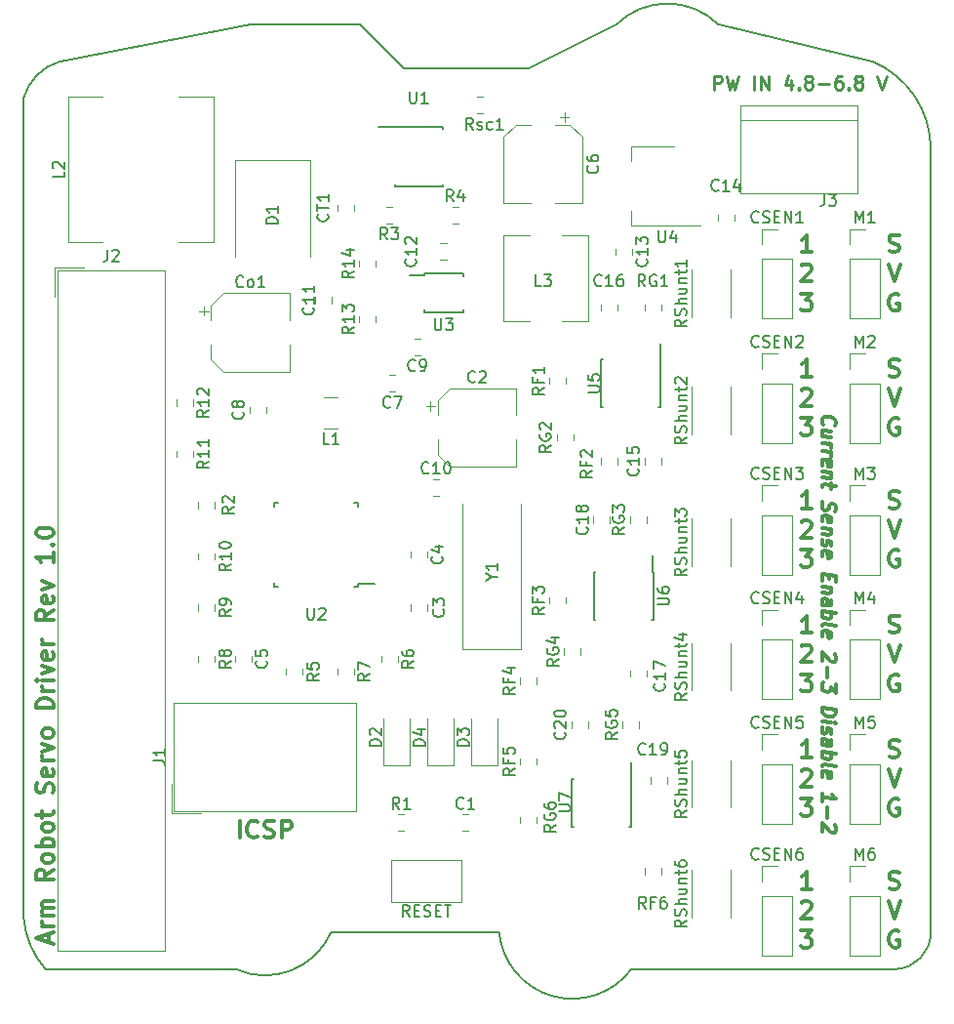
<source format=gbr>
%TF.GenerationSoftware,KiCad,Pcbnew,5.0.2-bee76a0~70~ubuntu18.04.1*%
%TF.CreationDate,2019-03-23T16:18:47+02:00*%
%TF.ProjectId,servos_control_schem,73657276-6f73-45f6-936f-6e74726f6c5f,rev?*%
%TF.SameCoordinates,Original*%
%TF.FileFunction,Legend,Top*%
%TF.FilePolarity,Positive*%
%FSLAX46Y46*%
G04 Gerber Fmt 4.6, Leading zero omitted, Abs format (unit mm)*
G04 Created by KiCad (PCBNEW 5.0.2-bee76a0~70~ubuntu18.04.1) date Sat 23 Mar 2019 04:18:47 PM EET*
%MOMM*%
%LPD*%
G01*
G04 APERTURE LIST*
%ADD10C,0.300000*%
%ADD11C,0.250000*%
%ADD12C,0.150000*%
%ADD13C,0.200000*%
%ADD14C,0.120000*%
G04 APERTURE END LIST*
D10*
X181403571Y-128303571D02*
X180546428Y-128303571D01*
X180975000Y-128303571D02*
X180975000Y-126803571D01*
X180832142Y-127017857D01*
X180689285Y-127160714D01*
X180546428Y-127232142D01*
X180546428Y-129496428D02*
X180617857Y-129425000D01*
X180760714Y-129353571D01*
X181117857Y-129353571D01*
X181260714Y-129425000D01*
X181332142Y-129496428D01*
X181403571Y-129639285D01*
X181403571Y-129782142D01*
X181332142Y-129996428D01*
X180475000Y-130853571D01*
X181403571Y-130853571D01*
X180475000Y-131903571D02*
X181403571Y-131903571D01*
X180903571Y-132475000D01*
X181117857Y-132475000D01*
X181260714Y-132546428D01*
X181332142Y-132617857D01*
X181403571Y-132760714D01*
X181403571Y-133117857D01*
X181332142Y-133260714D01*
X181260714Y-133332142D01*
X181117857Y-133403571D01*
X180689285Y-133403571D01*
X180546428Y-133332142D01*
X180475000Y-133260714D01*
X181403571Y-116873571D02*
X180546428Y-116873571D01*
X180975000Y-116873571D02*
X180975000Y-115373571D01*
X180832142Y-115587857D01*
X180689285Y-115730714D01*
X180546428Y-115802142D01*
X180546428Y-118066428D02*
X180617857Y-117995000D01*
X180760714Y-117923571D01*
X181117857Y-117923571D01*
X181260714Y-117995000D01*
X181332142Y-118066428D01*
X181403571Y-118209285D01*
X181403571Y-118352142D01*
X181332142Y-118566428D01*
X180475000Y-119423571D01*
X181403571Y-119423571D01*
X180475000Y-120473571D02*
X181403571Y-120473571D01*
X180903571Y-121045000D01*
X181117857Y-121045000D01*
X181260714Y-121116428D01*
X181332142Y-121187857D01*
X181403571Y-121330714D01*
X181403571Y-121687857D01*
X181332142Y-121830714D01*
X181260714Y-121902142D01*
X181117857Y-121973571D01*
X180689285Y-121973571D01*
X180546428Y-121902142D01*
X180475000Y-121830714D01*
X181403571Y-106078571D02*
X180546428Y-106078571D01*
X180975000Y-106078571D02*
X180975000Y-104578571D01*
X180832142Y-104792857D01*
X180689285Y-104935714D01*
X180546428Y-105007142D01*
X180546428Y-107271428D02*
X180617857Y-107200000D01*
X180760714Y-107128571D01*
X181117857Y-107128571D01*
X181260714Y-107200000D01*
X181332142Y-107271428D01*
X181403571Y-107414285D01*
X181403571Y-107557142D01*
X181332142Y-107771428D01*
X180475000Y-108628571D01*
X181403571Y-108628571D01*
X180475000Y-109678571D02*
X181403571Y-109678571D01*
X180903571Y-110250000D01*
X181117857Y-110250000D01*
X181260714Y-110321428D01*
X181332142Y-110392857D01*
X181403571Y-110535714D01*
X181403571Y-110892857D01*
X181332142Y-111035714D01*
X181260714Y-111107142D01*
X181117857Y-111178571D01*
X180689285Y-111178571D01*
X180546428Y-111107142D01*
X180475000Y-111035714D01*
X181403571Y-95283571D02*
X180546428Y-95283571D01*
X180975000Y-95283571D02*
X180975000Y-93783571D01*
X180832142Y-93997857D01*
X180689285Y-94140714D01*
X180546428Y-94212142D01*
X180546428Y-96476428D02*
X180617857Y-96405000D01*
X180760714Y-96333571D01*
X181117857Y-96333571D01*
X181260714Y-96405000D01*
X181332142Y-96476428D01*
X181403571Y-96619285D01*
X181403571Y-96762142D01*
X181332142Y-96976428D01*
X180475000Y-97833571D01*
X181403571Y-97833571D01*
X180475000Y-98883571D02*
X181403571Y-98883571D01*
X180903571Y-99455000D01*
X181117857Y-99455000D01*
X181260714Y-99526428D01*
X181332142Y-99597857D01*
X181403571Y-99740714D01*
X181403571Y-100097857D01*
X181332142Y-100240714D01*
X181260714Y-100312142D01*
X181117857Y-100383571D01*
X180689285Y-100383571D01*
X180546428Y-100312142D01*
X180475000Y-100240714D01*
X181403571Y-73058571D02*
X180546428Y-73058571D01*
X180975000Y-73058571D02*
X180975000Y-71558571D01*
X180832142Y-71772857D01*
X180689285Y-71915714D01*
X180546428Y-71987142D01*
X180546428Y-74251428D02*
X180617857Y-74180000D01*
X180760714Y-74108571D01*
X181117857Y-74108571D01*
X181260714Y-74180000D01*
X181332142Y-74251428D01*
X181403571Y-74394285D01*
X181403571Y-74537142D01*
X181332142Y-74751428D01*
X180475000Y-75608571D01*
X181403571Y-75608571D01*
X180475000Y-76658571D02*
X181403571Y-76658571D01*
X180903571Y-77230000D01*
X181117857Y-77230000D01*
X181260714Y-77301428D01*
X181332142Y-77372857D01*
X181403571Y-77515714D01*
X181403571Y-77872857D01*
X181332142Y-78015714D01*
X181260714Y-78087142D01*
X181117857Y-78158571D01*
X180689285Y-78158571D01*
X180546428Y-78087142D01*
X180475000Y-78015714D01*
X181403571Y-83853571D02*
X180546428Y-83853571D01*
X180975000Y-83853571D02*
X180975000Y-82353571D01*
X180832142Y-82567857D01*
X180689285Y-82710714D01*
X180546428Y-82782142D01*
X180546428Y-85046428D02*
X180617857Y-84975000D01*
X180760714Y-84903571D01*
X181117857Y-84903571D01*
X181260714Y-84975000D01*
X181332142Y-85046428D01*
X181403571Y-85189285D01*
X181403571Y-85332142D01*
X181332142Y-85546428D01*
X180475000Y-86403571D01*
X181403571Y-86403571D01*
X180475000Y-87453571D02*
X181403571Y-87453571D01*
X180903571Y-88025000D01*
X181117857Y-88025000D01*
X181260714Y-88096428D01*
X181332142Y-88167857D01*
X181403571Y-88310714D01*
X181403571Y-88667857D01*
X181332142Y-88810714D01*
X181260714Y-88882142D01*
X181117857Y-88953571D01*
X180689285Y-88953571D01*
X180546428Y-88882142D01*
X180475000Y-88810714D01*
X188166428Y-128232142D02*
X188380714Y-128303571D01*
X188737857Y-128303571D01*
X188880714Y-128232142D01*
X188952142Y-128160714D01*
X189023571Y-128017857D01*
X189023571Y-127875000D01*
X188952142Y-127732142D01*
X188880714Y-127660714D01*
X188737857Y-127589285D01*
X188452142Y-127517857D01*
X188309285Y-127446428D01*
X188237857Y-127375000D01*
X188166428Y-127232142D01*
X188166428Y-127089285D01*
X188237857Y-126946428D01*
X188309285Y-126875000D01*
X188452142Y-126803571D01*
X188809285Y-126803571D01*
X189023571Y-126875000D01*
X188095000Y-129353571D02*
X188595000Y-130853571D01*
X189095000Y-129353571D01*
X188987857Y-131975000D02*
X188845000Y-131903571D01*
X188630714Y-131903571D01*
X188416428Y-131975000D01*
X188273571Y-132117857D01*
X188202142Y-132260714D01*
X188130714Y-132546428D01*
X188130714Y-132760714D01*
X188202142Y-133046428D01*
X188273571Y-133189285D01*
X188416428Y-133332142D01*
X188630714Y-133403571D01*
X188773571Y-133403571D01*
X188987857Y-133332142D01*
X189059285Y-133260714D01*
X189059285Y-132760714D01*
X188773571Y-132760714D01*
X188166428Y-116802142D02*
X188380714Y-116873571D01*
X188737857Y-116873571D01*
X188880714Y-116802142D01*
X188952142Y-116730714D01*
X189023571Y-116587857D01*
X189023571Y-116445000D01*
X188952142Y-116302142D01*
X188880714Y-116230714D01*
X188737857Y-116159285D01*
X188452142Y-116087857D01*
X188309285Y-116016428D01*
X188237857Y-115945000D01*
X188166428Y-115802142D01*
X188166428Y-115659285D01*
X188237857Y-115516428D01*
X188309285Y-115445000D01*
X188452142Y-115373571D01*
X188809285Y-115373571D01*
X189023571Y-115445000D01*
X188095000Y-117923571D02*
X188595000Y-119423571D01*
X189095000Y-117923571D01*
X188987857Y-120545000D02*
X188845000Y-120473571D01*
X188630714Y-120473571D01*
X188416428Y-120545000D01*
X188273571Y-120687857D01*
X188202142Y-120830714D01*
X188130714Y-121116428D01*
X188130714Y-121330714D01*
X188202142Y-121616428D01*
X188273571Y-121759285D01*
X188416428Y-121902142D01*
X188630714Y-121973571D01*
X188773571Y-121973571D01*
X188987857Y-121902142D01*
X189059285Y-121830714D01*
X189059285Y-121330714D01*
X188773571Y-121330714D01*
X188166428Y-106007142D02*
X188380714Y-106078571D01*
X188737857Y-106078571D01*
X188880714Y-106007142D01*
X188952142Y-105935714D01*
X189023571Y-105792857D01*
X189023571Y-105650000D01*
X188952142Y-105507142D01*
X188880714Y-105435714D01*
X188737857Y-105364285D01*
X188452142Y-105292857D01*
X188309285Y-105221428D01*
X188237857Y-105150000D01*
X188166428Y-105007142D01*
X188166428Y-104864285D01*
X188237857Y-104721428D01*
X188309285Y-104650000D01*
X188452142Y-104578571D01*
X188809285Y-104578571D01*
X189023571Y-104650000D01*
X188095000Y-107128571D02*
X188595000Y-108628571D01*
X189095000Y-107128571D01*
X188987857Y-109750000D02*
X188845000Y-109678571D01*
X188630714Y-109678571D01*
X188416428Y-109750000D01*
X188273571Y-109892857D01*
X188202142Y-110035714D01*
X188130714Y-110321428D01*
X188130714Y-110535714D01*
X188202142Y-110821428D01*
X188273571Y-110964285D01*
X188416428Y-111107142D01*
X188630714Y-111178571D01*
X188773571Y-111178571D01*
X188987857Y-111107142D01*
X189059285Y-111035714D01*
X189059285Y-110535714D01*
X188773571Y-110535714D01*
X188166428Y-95212142D02*
X188380714Y-95283571D01*
X188737857Y-95283571D01*
X188880714Y-95212142D01*
X188952142Y-95140714D01*
X189023571Y-94997857D01*
X189023571Y-94855000D01*
X188952142Y-94712142D01*
X188880714Y-94640714D01*
X188737857Y-94569285D01*
X188452142Y-94497857D01*
X188309285Y-94426428D01*
X188237857Y-94355000D01*
X188166428Y-94212142D01*
X188166428Y-94069285D01*
X188237857Y-93926428D01*
X188309285Y-93855000D01*
X188452142Y-93783571D01*
X188809285Y-93783571D01*
X189023571Y-93855000D01*
X188095000Y-96333571D02*
X188595000Y-97833571D01*
X189095000Y-96333571D01*
X188987857Y-98955000D02*
X188845000Y-98883571D01*
X188630714Y-98883571D01*
X188416428Y-98955000D01*
X188273571Y-99097857D01*
X188202142Y-99240714D01*
X188130714Y-99526428D01*
X188130714Y-99740714D01*
X188202142Y-100026428D01*
X188273571Y-100169285D01*
X188416428Y-100312142D01*
X188630714Y-100383571D01*
X188773571Y-100383571D01*
X188987857Y-100312142D01*
X189059285Y-100240714D01*
X189059285Y-99740714D01*
X188773571Y-99740714D01*
X188166428Y-83782142D02*
X188380714Y-83853571D01*
X188737857Y-83853571D01*
X188880714Y-83782142D01*
X188952142Y-83710714D01*
X189023571Y-83567857D01*
X189023571Y-83425000D01*
X188952142Y-83282142D01*
X188880714Y-83210714D01*
X188737857Y-83139285D01*
X188452142Y-83067857D01*
X188309285Y-82996428D01*
X188237857Y-82925000D01*
X188166428Y-82782142D01*
X188166428Y-82639285D01*
X188237857Y-82496428D01*
X188309285Y-82425000D01*
X188452142Y-82353571D01*
X188809285Y-82353571D01*
X189023571Y-82425000D01*
X188095000Y-84903571D02*
X188595000Y-86403571D01*
X189095000Y-84903571D01*
X188987857Y-87525000D02*
X188845000Y-87453571D01*
X188630714Y-87453571D01*
X188416428Y-87525000D01*
X188273571Y-87667857D01*
X188202142Y-87810714D01*
X188130714Y-88096428D01*
X188130714Y-88310714D01*
X188202142Y-88596428D01*
X188273571Y-88739285D01*
X188416428Y-88882142D01*
X188630714Y-88953571D01*
X188773571Y-88953571D01*
X188987857Y-88882142D01*
X189059285Y-88810714D01*
X189059285Y-88310714D01*
X188773571Y-88310714D01*
X188166428Y-72987142D02*
X188380714Y-73058571D01*
X188737857Y-73058571D01*
X188880714Y-72987142D01*
X188952142Y-72915714D01*
X189023571Y-72772857D01*
X189023571Y-72630000D01*
X188952142Y-72487142D01*
X188880714Y-72415714D01*
X188737857Y-72344285D01*
X188452142Y-72272857D01*
X188309285Y-72201428D01*
X188237857Y-72130000D01*
X188166428Y-71987142D01*
X188166428Y-71844285D01*
X188237857Y-71701428D01*
X188309285Y-71630000D01*
X188452142Y-71558571D01*
X188809285Y-71558571D01*
X189023571Y-71630000D01*
X188095000Y-74108571D02*
X188595000Y-75608571D01*
X189095000Y-74108571D01*
X188987857Y-76730000D02*
X188845000Y-76658571D01*
X188630714Y-76658571D01*
X188416428Y-76730000D01*
X188273571Y-76872857D01*
X188202142Y-77015714D01*
X188130714Y-77301428D01*
X188130714Y-77515714D01*
X188202142Y-77801428D01*
X188273571Y-77944285D01*
X188416428Y-78087142D01*
X188630714Y-78158571D01*
X188773571Y-78158571D01*
X188987857Y-78087142D01*
X189059285Y-78015714D01*
X189059285Y-77515714D01*
X188773571Y-77515714D01*
X182451428Y-88008839D02*
X182394285Y-87944553D01*
X182337142Y-87765982D01*
X182337142Y-87651696D01*
X182394285Y-87487410D01*
X182508571Y-87387410D01*
X182622857Y-87344553D01*
X182851428Y-87315982D01*
X183022857Y-87337410D01*
X183251428Y-87423125D01*
X183365714Y-87494553D01*
X183480000Y-87623125D01*
X183537142Y-87801696D01*
X183537142Y-87915982D01*
X183480000Y-88080267D01*
X183422857Y-88130267D01*
X183137142Y-89123125D02*
X182337142Y-89023125D01*
X183137142Y-88608839D02*
X182508571Y-88530267D01*
X182394285Y-88573125D01*
X182337142Y-88680267D01*
X182337142Y-88851696D01*
X182394285Y-88973125D01*
X182451428Y-89037410D01*
X182337142Y-89594553D02*
X183137142Y-89694553D01*
X182908571Y-89665982D02*
X183022857Y-89737410D01*
X183080000Y-89801696D01*
X183137142Y-89923125D01*
X183137142Y-90037410D01*
X182337142Y-90337410D02*
X183137142Y-90437410D01*
X182908571Y-90408839D02*
X183022857Y-90480267D01*
X183080000Y-90544553D01*
X183137142Y-90665982D01*
X183137142Y-90780267D01*
X182394285Y-91544553D02*
X182337142Y-91423125D01*
X182337142Y-91194553D01*
X182394285Y-91087410D01*
X182508571Y-91044553D01*
X182965714Y-91101696D01*
X183080000Y-91173125D01*
X183137142Y-91294553D01*
X183137142Y-91523125D01*
X183080000Y-91630267D01*
X182965714Y-91673125D01*
X182851428Y-91658839D01*
X182737142Y-91073125D01*
X183137142Y-92208839D02*
X182337142Y-92108839D01*
X183022857Y-92194553D02*
X183080000Y-92258839D01*
X183137142Y-92380267D01*
X183137142Y-92551696D01*
X183080000Y-92658839D01*
X182965714Y-92701696D01*
X182337142Y-92623125D01*
X183137142Y-93123125D02*
X183137142Y-93580267D01*
X183537142Y-93344553D02*
X182508571Y-93215982D01*
X182394285Y-93258839D01*
X182337142Y-93365982D01*
X182337142Y-93480267D01*
X182394285Y-94744553D02*
X182337142Y-94908839D01*
X182337142Y-95194553D01*
X182394285Y-95315982D01*
X182451428Y-95380267D01*
X182565714Y-95451696D01*
X182680000Y-95465982D01*
X182794285Y-95423125D01*
X182851428Y-95373125D01*
X182908571Y-95265982D01*
X182965714Y-95044553D01*
X183022857Y-94937410D01*
X183080000Y-94887410D01*
X183194285Y-94844553D01*
X183308571Y-94858839D01*
X183422857Y-94930267D01*
X183480000Y-94994553D01*
X183537142Y-95115982D01*
X183537142Y-95401696D01*
X183480000Y-95565982D01*
X182394285Y-96401696D02*
X182337142Y-96280267D01*
X182337142Y-96051696D01*
X182394285Y-95944553D01*
X182508571Y-95901696D01*
X182965714Y-95958839D01*
X183080000Y-96030267D01*
X183137142Y-96151696D01*
X183137142Y-96380267D01*
X183080000Y-96487410D01*
X182965714Y-96530267D01*
X182851428Y-96515982D01*
X182737142Y-95930267D01*
X183137142Y-97065982D02*
X182337142Y-96965982D01*
X183022857Y-97051696D02*
X183080000Y-97115982D01*
X183137142Y-97237410D01*
X183137142Y-97408839D01*
X183080000Y-97515982D01*
X182965714Y-97558839D01*
X182337142Y-97480267D01*
X182394285Y-98001696D02*
X182337142Y-98108839D01*
X182337142Y-98337410D01*
X182394285Y-98458839D01*
X182508571Y-98530267D01*
X182565714Y-98537410D01*
X182680000Y-98494553D01*
X182737142Y-98387410D01*
X182737142Y-98215982D01*
X182794285Y-98108839D01*
X182908571Y-98065982D01*
X182965714Y-98073125D01*
X183080000Y-98144553D01*
X183137142Y-98265982D01*
X183137142Y-98437410D01*
X183080000Y-98544553D01*
X182394285Y-99487410D02*
X182337142Y-99365982D01*
X182337142Y-99137410D01*
X182394285Y-99030267D01*
X182508571Y-98987410D01*
X182965714Y-99044553D01*
X183080000Y-99115982D01*
X183137142Y-99237410D01*
X183137142Y-99465982D01*
X183080000Y-99573125D01*
X182965714Y-99615982D01*
X182851428Y-99601696D01*
X182737142Y-99015982D01*
X182965714Y-101044553D02*
X182965714Y-101444553D01*
X182337142Y-101537410D02*
X182337142Y-100965982D01*
X183537142Y-101115982D01*
X183537142Y-101687410D01*
X183137142Y-102151696D02*
X182337142Y-102051696D01*
X183022857Y-102137410D02*
X183080000Y-102201696D01*
X183137142Y-102323125D01*
X183137142Y-102494553D01*
X183080000Y-102601696D01*
X182965714Y-102644553D01*
X182337142Y-102565982D01*
X182337142Y-103651696D02*
X182965714Y-103730267D01*
X183080000Y-103687410D01*
X183137142Y-103580267D01*
X183137142Y-103351696D01*
X183080000Y-103230267D01*
X182394285Y-103658839D02*
X182337142Y-103537410D01*
X182337142Y-103251696D01*
X182394285Y-103144553D01*
X182508571Y-103101696D01*
X182622857Y-103115982D01*
X182737142Y-103187410D01*
X182794285Y-103308839D01*
X182794285Y-103594553D01*
X182851428Y-103715982D01*
X182337142Y-104223125D02*
X183537142Y-104373125D01*
X183080000Y-104315982D02*
X183137142Y-104437410D01*
X183137142Y-104665982D01*
X183080000Y-104773125D01*
X183022857Y-104823125D01*
X182908571Y-104865982D01*
X182565714Y-104823125D01*
X182451428Y-104751696D01*
X182394285Y-104687410D01*
X182337142Y-104565982D01*
X182337142Y-104337410D01*
X182394285Y-104230267D01*
X182337142Y-105480267D02*
X182394285Y-105373125D01*
X182508571Y-105330267D01*
X183537142Y-105458839D01*
X182394285Y-106401696D02*
X182337142Y-106280267D01*
X182337142Y-106051696D01*
X182394285Y-105944553D01*
X182508571Y-105901696D01*
X182965714Y-105958839D01*
X183080000Y-106030267D01*
X183137142Y-106151696D01*
X183137142Y-106380267D01*
X183080000Y-106487410D01*
X182965714Y-106530267D01*
X182851428Y-106515982D01*
X182737142Y-105930267D01*
X183422857Y-107958839D02*
X183480000Y-108023125D01*
X183537142Y-108144553D01*
X183537142Y-108430267D01*
X183480000Y-108537410D01*
X183422857Y-108587410D01*
X183308571Y-108630267D01*
X183194285Y-108615982D01*
X183022857Y-108537410D01*
X182337142Y-107765982D01*
X182337142Y-108508839D01*
X182794285Y-109080267D02*
X182794285Y-109994553D01*
X183537142Y-110544553D02*
X183537142Y-111287410D01*
X183080000Y-110830267D01*
X183080000Y-111001696D01*
X183022857Y-111108839D01*
X182965714Y-111158839D01*
X182851428Y-111201696D01*
X182565714Y-111165982D01*
X182451428Y-111094553D01*
X182394285Y-111030267D01*
X182337142Y-110908839D01*
X182337142Y-110565982D01*
X182394285Y-110458839D01*
X182451428Y-110408839D01*
X182337142Y-112565982D02*
X183537142Y-112715982D01*
X183537142Y-113001696D01*
X183480000Y-113165982D01*
X183365714Y-113265982D01*
X183251428Y-113308839D01*
X183022857Y-113337410D01*
X182851428Y-113315982D01*
X182622857Y-113230267D01*
X182508571Y-113158839D01*
X182394285Y-113030267D01*
X182337142Y-112851696D01*
X182337142Y-112565982D01*
X182337142Y-113765982D02*
X183137142Y-113865982D01*
X183537142Y-113915982D02*
X183480000Y-113851696D01*
X183422857Y-113901696D01*
X183480000Y-113965982D01*
X183537142Y-113915982D01*
X183422857Y-113901696D01*
X182394285Y-114287410D02*
X182337142Y-114394553D01*
X182337142Y-114623125D01*
X182394285Y-114744553D01*
X182508571Y-114815982D01*
X182565714Y-114823125D01*
X182680000Y-114780267D01*
X182737142Y-114673125D01*
X182737142Y-114501696D01*
X182794285Y-114394553D01*
X182908571Y-114351696D01*
X182965714Y-114358839D01*
X183080000Y-114430267D01*
X183137142Y-114551696D01*
X183137142Y-114723125D01*
X183080000Y-114830267D01*
X182337142Y-115823125D02*
X182965714Y-115901696D01*
X183080000Y-115858839D01*
X183137142Y-115751696D01*
X183137142Y-115523125D01*
X183080000Y-115401696D01*
X182394285Y-115830267D02*
X182337142Y-115708839D01*
X182337142Y-115423125D01*
X182394285Y-115315982D01*
X182508571Y-115273125D01*
X182622857Y-115287410D01*
X182737142Y-115358839D01*
X182794285Y-115480267D01*
X182794285Y-115765982D01*
X182851428Y-115887410D01*
X182337142Y-116394553D02*
X183537142Y-116544553D01*
X183080000Y-116487410D02*
X183137142Y-116608839D01*
X183137142Y-116837410D01*
X183080000Y-116944553D01*
X183022857Y-116994553D01*
X182908571Y-117037410D01*
X182565714Y-116994553D01*
X182451428Y-116923125D01*
X182394285Y-116858839D01*
X182337142Y-116737410D01*
X182337142Y-116508839D01*
X182394285Y-116401696D01*
X182337142Y-117651696D02*
X182394285Y-117544553D01*
X182508571Y-117501696D01*
X183537142Y-117630267D01*
X182394285Y-118573125D02*
X182337142Y-118451696D01*
X182337142Y-118223125D01*
X182394285Y-118115982D01*
X182508571Y-118073125D01*
X182965714Y-118130267D01*
X183080000Y-118201696D01*
X183137142Y-118323125D01*
X183137142Y-118551696D01*
X183080000Y-118658839D01*
X182965714Y-118701696D01*
X182851428Y-118687410D01*
X182737142Y-118101696D01*
X182337142Y-120680267D02*
X182337142Y-119994553D01*
X182337142Y-120337410D02*
X183537142Y-120487410D01*
X183365714Y-120351696D01*
X183251428Y-120223125D01*
X183194285Y-120101696D01*
X182794285Y-121251696D02*
X182794285Y-122165982D01*
X183422857Y-122758839D02*
X183480000Y-122823125D01*
X183537142Y-122944553D01*
X183537142Y-123230267D01*
X183480000Y-123337410D01*
X183422857Y-123387410D01*
X183308571Y-123430267D01*
X183194285Y-123415982D01*
X183022857Y-123337410D01*
X182337142Y-122565982D01*
X182337142Y-123308839D01*
D11*
X172940000Y-58962857D02*
X172940000Y-57762857D01*
X173397142Y-57762857D01*
X173511428Y-57820000D01*
X173568571Y-57877142D01*
X173625714Y-57991428D01*
X173625714Y-58162857D01*
X173568571Y-58277142D01*
X173511428Y-58334285D01*
X173397142Y-58391428D01*
X172940000Y-58391428D01*
X174025714Y-57762857D02*
X174311428Y-58962857D01*
X174540000Y-58105714D01*
X174768571Y-58962857D01*
X175054285Y-57762857D01*
X176425714Y-58962857D02*
X176425714Y-57762857D01*
X176997142Y-58962857D02*
X176997142Y-57762857D01*
X177682857Y-58962857D01*
X177682857Y-57762857D01*
X179682857Y-58162857D02*
X179682857Y-58962857D01*
X179397142Y-57705714D02*
X179111428Y-58562857D01*
X179854285Y-58562857D01*
X180311428Y-58848571D02*
X180368571Y-58905714D01*
X180311428Y-58962857D01*
X180254285Y-58905714D01*
X180311428Y-58848571D01*
X180311428Y-58962857D01*
X181054285Y-58277142D02*
X180940000Y-58220000D01*
X180882857Y-58162857D01*
X180825714Y-58048571D01*
X180825714Y-57991428D01*
X180882857Y-57877142D01*
X180940000Y-57820000D01*
X181054285Y-57762857D01*
X181282857Y-57762857D01*
X181397142Y-57820000D01*
X181454285Y-57877142D01*
X181511428Y-57991428D01*
X181511428Y-58048571D01*
X181454285Y-58162857D01*
X181397142Y-58220000D01*
X181282857Y-58277142D01*
X181054285Y-58277142D01*
X180940000Y-58334285D01*
X180882857Y-58391428D01*
X180825714Y-58505714D01*
X180825714Y-58734285D01*
X180882857Y-58848571D01*
X180940000Y-58905714D01*
X181054285Y-58962857D01*
X181282857Y-58962857D01*
X181397142Y-58905714D01*
X181454285Y-58848571D01*
X181511428Y-58734285D01*
X181511428Y-58505714D01*
X181454285Y-58391428D01*
X181397142Y-58334285D01*
X181282857Y-58277142D01*
X182025714Y-58505714D02*
X182940000Y-58505714D01*
X184025714Y-57762857D02*
X183797142Y-57762857D01*
X183682857Y-57820000D01*
X183625714Y-57877142D01*
X183511428Y-58048571D01*
X183454285Y-58277142D01*
X183454285Y-58734285D01*
X183511428Y-58848571D01*
X183568571Y-58905714D01*
X183682857Y-58962857D01*
X183911428Y-58962857D01*
X184025714Y-58905714D01*
X184082857Y-58848571D01*
X184140000Y-58734285D01*
X184140000Y-58448571D01*
X184082857Y-58334285D01*
X184025714Y-58277142D01*
X183911428Y-58220000D01*
X183682857Y-58220000D01*
X183568571Y-58277142D01*
X183511428Y-58334285D01*
X183454285Y-58448571D01*
X184654285Y-58848571D02*
X184711428Y-58905714D01*
X184654285Y-58962857D01*
X184597142Y-58905714D01*
X184654285Y-58848571D01*
X184654285Y-58962857D01*
X185397142Y-58277142D02*
X185282857Y-58220000D01*
X185225714Y-58162857D01*
X185168571Y-58048571D01*
X185168571Y-57991428D01*
X185225714Y-57877142D01*
X185282857Y-57820000D01*
X185397142Y-57762857D01*
X185625714Y-57762857D01*
X185740000Y-57820000D01*
X185797142Y-57877142D01*
X185854285Y-57991428D01*
X185854285Y-58048571D01*
X185797142Y-58162857D01*
X185740000Y-58220000D01*
X185625714Y-58277142D01*
X185397142Y-58277142D01*
X185282857Y-58334285D01*
X185225714Y-58391428D01*
X185168571Y-58505714D01*
X185168571Y-58734285D01*
X185225714Y-58848571D01*
X185282857Y-58905714D01*
X185397142Y-58962857D01*
X185625714Y-58962857D01*
X185740000Y-58905714D01*
X185797142Y-58848571D01*
X185854285Y-58734285D01*
X185854285Y-58505714D01*
X185797142Y-58391428D01*
X185740000Y-58334285D01*
X185625714Y-58277142D01*
X187111428Y-57762857D02*
X187511428Y-58962857D01*
X187911428Y-57762857D01*
D10*
X131770714Y-123868571D02*
X131770714Y-122368571D01*
X133342142Y-123725714D02*
X133270714Y-123797142D01*
X133056428Y-123868571D01*
X132913571Y-123868571D01*
X132699285Y-123797142D01*
X132556428Y-123654285D01*
X132485000Y-123511428D01*
X132413571Y-123225714D01*
X132413571Y-123011428D01*
X132485000Y-122725714D01*
X132556428Y-122582857D01*
X132699285Y-122440000D01*
X132913571Y-122368571D01*
X133056428Y-122368571D01*
X133270714Y-122440000D01*
X133342142Y-122511428D01*
X133913571Y-123797142D02*
X134127857Y-123868571D01*
X134485000Y-123868571D01*
X134627857Y-123797142D01*
X134699285Y-123725714D01*
X134770714Y-123582857D01*
X134770714Y-123440000D01*
X134699285Y-123297142D01*
X134627857Y-123225714D01*
X134485000Y-123154285D01*
X134199285Y-123082857D01*
X134056428Y-123011428D01*
X133985000Y-122940000D01*
X133913571Y-122797142D01*
X133913571Y-122654285D01*
X133985000Y-122511428D01*
X134056428Y-122440000D01*
X134199285Y-122368571D01*
X134556428Y-122368571D01*
X134770714Y-122440000D01*
X135413571Y-123868571D02*
X135413571Y-122368571D01*
X135985000Y-122368571D01*
X136127857Y-122440000D01*
X136199285Y-122511428D01*
X136270714Y-122654285D01*
X136270714Y-122868571D01*
X136199285Y-123011428D01*
X136127857Y-123082857D01*
X135985000Y-123154285D01*
X135413571Y-123154285D01*
X115185000Y-132899285D02*
X115185000Y-132185000D01*
X115613571Y-133042142D02*
X114113571Y-132542142D01*
X115613571Y-132042142D01*
X115613571Y-131542142D02*
X114613571Y-131542142D01*
X114899285Y-131542142D02*
X114756428Y-131470714D01*
X114685000Y-131399285D01*
X114613571Y-131256428D01*
X114613571Y-131113571D01*
X115613571Y-130613571D02*
X114613571Y-130613571D01*
X114756428Y-130613571D02*
X114685000Y-130542142D01*
X114613571Y-130399285D01*
X114613571Y-130185000D01*
X114685000Y-130042142D01*
X114827857Y-129970714D01*
X115613571Y-129970714D01*
X114827857Y-129970714D02*
X114685000Y-129899285D01*
X114613571Y-129756428D01*
X114613571Y-129542142D01*
X114685000Y-129399285D01*
X114827857Y-129327857D01*
X115613571Y-129327857D01*
X115613571Y-126613571D02*
X114899285Y-127113571D01*
X115613571Y-127470714D02*
X114113571Y-127470714D01*
X114113571Y-126899285D01*
X114185000Y-126756428D01*
X114256428Y-126685000D01*
X114399285Y-126613571D01*
X114613571Y-126613571D01*
X114756428Y-126685000D01*
X114827857Y-126756428D01*
X114899285Y-126899285D01*
X114899285Y-127470714D01*
X115613571Y-125756428D02*
X115542142Y-125899285D01*
X115470714Y-125970714D01*
X115327857Y-126042142D01*
X114899285Y-126042142D01*
X114756428Y-125970714D01*
X114685000Y-125899285D01*
X114613571Y-125756428D01*
X114613571Y-125542142D01*
X114685000Y-125399285D01*
X114756428Y-125327857D01*
X114899285Y-125256428D01*
X115327857Y-125256428D01*
X115470714Y-125327857D01*
X115542142Y-125399285D01*
X115613571Y-125542142D01*
X115613571Y-125756428D01*
X115613571Y-124613571D02*
X114113571Y-124613571D01*
X114685000Y-124613571D02*
X114613571Y-124470714D01*
X114613571Y-124185000D01*
X114685000Y-124042142D01*
X114756428Y-123970714D01*
X114899285Y-123899285D01*
X115327857Y-123899285D01*
X115470714Y-123970714D01*
X115542142Y-124042142D01*
X115613571Y-124185000D01*
X115613571Y-124470714D01*
X115542142Y-124613571D01*
X115613571Y-123042142D02*
X115542142Y-123185000D01*
X115470714Y-123256428D01*
X115327857Y-123327857D01*
X114899285Y-123327857D01*
X114756428Y-123256428D01*
X114685000Y-123185000D01*
X114613571Y-123042142D01*
X114613571Y-122827857D01*
X114685000Y-122685000D01*
X114756428Y-122613571D01*
X114899285Y-122542142D01*
X115327857Y-122542142D01*
X115470714Y-122613571D01*
X115542142Y-122685000D01*
X115613571Y-122827857D01*
X115613571Y-123042142D01*
X114613571Y-122113571D02*
X114613571Y-121542142D01*
X114113571Y-121899285D02*
X115399285Y-121899285D01*
X115542142Y-121827857D01*
X115613571Y-121685000D01*
X115613571Y-121542142D01*
X115542142Y-119970714D02*
X115613571Y-119756428D01*
X115613571Y-119399285D01*
X115542142Y-119256428D01*
X115470714Y-119185000D01*
X115327857Y-119113571D01*
X115185000Y-119113571D01*
X115042142Y-119185000D01*
X114970714Y-119256428D01*
X114899285Y-119399285D01*
X114827857Y-119685000D01*
X114756428Y-119827857D01*
X114685000Y-119899285D01*
X114542142Y-119970714D01*
X114399285Y-119970714D01*
X114256428Y-119899285D01*
X114185000Y-119827857D01*
X114113571Y-119685000D01*
X114113571Y-119327857D01*
X114185000Y-119113571D01*
X115542142Y-117899285D02*
X115613571Y-118042142D01*
X115613571Y-118327857D01*
X115542142Y-118470714D01*
X115399285Y-118542142D01*
X114827857Y-118542142D01*
X114685000Y-118470714D01*
X114613571Y-118327857D01*
X114613571Y-118042142D01*
X114685000Y-117899285D01*
X114827857Y-117827857D01*
X114970714Y-117827857D01*
X115113571Y-118542142D01*
X115613571Y-117185000D02*
X114613571Y-117185000D01*
X114899285Y-117185000D02*
X114756428Y-117113571D01*
X114685000Y-117042142D01*
X114613571Y-116899285D01*
X114613571Y-116756428D01*
X114613571Y-116399285D02*
X115613571Y-116042142D01*
X114613571Y-115685000D01*
X115613571Y-114899285D02*
X115542142Y-115042142D01*
X115470714Y-115113571D01*
X115327857Y-115185000D01*
X114899285Y-115185000D01*
X114756428Y-115113571D01*
X114685000Y-115042142D01*
X114613571Y-114899285D01*
X114613571Y-114685000D01*
X114685000Y-114542142D01*
X114756428Y-114470714D01*
X114899285Y-114399285D01*
X115327857Y-114399285D01*
X115470714Y-114470714D01*
X115542142Y-114542142D01*
X115613571Y-114685000D01*
X115613571Y-114899285D01*
X115613571Y-112613571D02*
X114113571Y-112613571D01*
X114113571Y-112256428D01*
X114185000Y-112042142D01*
X114327857Y-111899285D01*
X114470714Y-111827857D01*
X114756428Y-111756428D01*
X114970714Y-111756428D01*
X115256428Y-111827857D01*
X115399285Y-111899285D01*
X115542142Y-112042142D01*
X115613571Y-112256428D01*
X115613571Y-112613571D01*
X115613571Y-111113571D02*
X114613571Y-111113571D01*
X114899285Y-111113571D02*
X114756428Y-111042142D01*
X114685000Y-110970714D01*
X114613571Y-110827857D01*
X114613571Y-110685000D01*
X115613571Y-110185000D02*
X114613571Y-110185000D01*
X114113571Y-110185000D02*
X114185000Y-110256428D01*
X114256428Y-110185000D01*
X114185000Y-110113571D01*
X114113571Y-110185000D01*
X114256428Y-110185000D01*
X114613571Y-109613571D02*
X115613571Y-109256428D01*
X114613571Y-108899285D01*
X115542142Y-107756428D02*
X115613571Y-107899285D01*
X115613571Y-108185000D01*
X115542142Y-108327857D01*
X115399285Y-108399285D01*
X114827857Y-108399285D01*
X114685000Y-108327857D01*
X114613571Y-108185000D01*
X114613571Y-107899285D01*
X114685000Y-107756428D01*
X114827857Y-107685000D01*
X114970714Y-107685000D01*
X115113571Y-108399285D01*
X115613571Y-107042142D02*
X114613571Y-107042142D01*
X114899285Y-107042142D02*
X114756428Y-106970714D01*
X114685000Y-106899285D01*
X114613571Y-106756428D01*
X114613571Y-106613571D01*
X115613571Y-104113571D02*
X114899285Y-104613571D01*
X115613571Y-104970714D02*
X114113571Y-104970714D01*
X114113571Y-104399285D01*
X114185000Y-104256428D01*
X114256428Y-104185000D01*
X114399285Y-104113571D01*
X114613571Y-104113571D01*
X114756428Y-104185000D01*
X114827857Y-104256428D01*
X114899285Y-104399285D01*
X114899285Y-104970714D01*
X115542142Y-102899285D02*
X115613571Y-103042142D01*
X115613571Y-103327857D01*
X115542142Y-103470714D01*
X115399285Y-103542142D01*
X114827857Y-103542142D01*
X114685000Y-103470714D01*
X114613571Y-103327857D01*
X114613571Y-103042142D01*
X114685000Y-102899285D01*
X114827857Y-102827857D01*
X114970714Y-102827857D01*
X115113571Y-103542142D01*
X114613571Y-102327857D02*
X115613571Y-101970714D01*
X114613571Y-101613571D01*
X115613571Y-99113571D02*
X115613571Y-99970714D01*
X115613571Y-99542142D02*
X114113571Y-99542142D01*
X114327857Y-99685000D01*
X114470714Y-99827857D01*
X114542142Y-99970714D01*
X115470714Y-98470714D02*
X115542142Y-98399285D01*
X115613571Y-98470714D01*
X115542142Y-98542142D01*
X115470714Y-98470714D01*
X115613571Y-98470714D01*
X114113571Y-97470714D02*
X114113571Y-97327857D01*
X114185000Y-97185000D01*
X114256428Y-97113571D01*
X114399285Y-97042142D01*
X114685000Y-96970714D01*
X115042142Y-96970714D01*
X115327857Y-97042142D01*
X115470714Y-97113571D01*
X115542142Y-97185000D01*
X115613571Y-97327857D01*
X115613571Y-97470714D01*
X115542142Y-97613571D01*
X115470714Y-97685000D01*
X115327857Y-97756428D01*
X115042142Y-97827857D01*
X114685000Y-97827857D01*
X114399285Y-97756428D01*
X114256428Y-97685000D01*
X114185000Y-97613571D01*
X114113571Y-97470714D01*
D12*
X187325000Y-135255000D02*
X188595000Y-135255000D01*
X191770000Y-64135000D02*
X191770000Y-132080000D01*
X191770000Y-132080000D02*
G75*
G02X188595000Y-135255000I-3175000J0D01*
G01*
D13*
X165760335Y-135274003D02*
G75*
G02X154305001Y-132079999I-5105335J3829003D01*
G01*
D12*
X113030001Y-59690000D02*
X113030001Y-130809999D01*
X113030001Y-59690000D02*
G75*
G02X116205001Y-56515001I4444999J-1270000D01*
G01*
X173355000Y-53340000D02*
X186690000Y-56515000D01*
X186690000Y-56515000D02*
G75*
G02X191770000Y-64135000I-3175000J-7620000D01*
G01*
X156845000Y-57150000D02*
X164465000Y-53340000D01*
X146050000Y-57150000D02*
X142240000Y-53340000D01*
X156845000Y-57150000D02*
X146050000Y-57150000D01*
X164465001Y-53340001D02*
G75*
G02X173354999Y-53340001I4444999J-4444999D01*
G01*
X114935000Y-135255000D02*
X125095000Y-135255000D01*
X114935001Y-135254998D02*
G75*
G02X113030001Y-130809999I5714999J5079998D01*
G01*
X132715000Y-53340000D02*
X116205000Y-56515000D01*
X142240000Y-53340000D02*
X132715000Y-53340000D01*
X165735000Y-135255000D02*
X169545000Y-135255000D01*
X140970000Y-132080000D02*
X154305000Y-132080000D01*
X131445000Y-135255000D02*
X130175000Y-135255000D01*
X139699999Y-132079999D02*
G75*
G02X131445001Y-135254999I-5714999J2539999D01*
G01*
X139700000Y-132080000D02*
X140970000Y-132080000D01*
X126365000Y-135255000D02*
X130175000Y-135255000D01*
X169545000Y-135255000D02*
X187325000Y-135255000D01*
X126365000Y-135255000D02*
X125095000Y-135255000D01*
D14*
%TO.C,RESET*%
X151015000Y-129445000D02*
X144895000Y-129445000D01*
X144895000Y-129445000D02*
X144895000Y-125825000D01*
X144895000Y-125825000D02*
X151015000Y-125825000D01*
X151015000Y-125825000D02*
X151015000Y-129445000D01*
%TO.C,RShunt6*%
X171010000Y-130769564D02*
X171010000Y-126665436D01*
X174430000Y-130769564D02*
X174430000Y-126665436D01*
%TO.C,CSEN4*%
X177105000Y-104080000D02*
X178435000Y-104080000D01*
X177105000Y-105410000D02*
X177105000Y-104080000D01*
X177105000Y-106680000D02*
X179765000Y-106680000D01*
X179765000Y-106680000D02*
X179765000Y-111820000D01*
X177105000Y-106680000D02*
X177105000Y-111820000D01*
X177105000Y-111820000D02*
X179765000Y-111820000D01*
%TO.C,CSEN2*%
X177105000Y-89595000D02*
X179765000Y-89595000D01*
X177105000Y-84455000D02*
X177105000Y-89595000D01*
X179765000Y-84455000D02*
X179765000Y-89595000D01*
X177105000Y-84455000D02*
X179765000Y-84455000D01*
X177105000Y-83185000D02*
X177105000Y-81855000D01*
X177105000Y-81855000D02*
X178435000Y-81855000D01*
%TO.C,CSEN1*%
X177105000Y-71060000D02*
X178435000Y-71060000D01*
X177105000Y-72390000D02*
X177105000Y-71060000D01*
X177105000Y-73660000D02*
X179765000Y-73660000D01*
X179765000Y-73660000D02*
X179765000Y-78800000D01*
X177105000Y-73660000D02*
X177105000Y-78800000D01*
X177105000Y-78800000D02*
X179765000Y-78800000D01*
%TO.C,CSEN3*%
X177105000Y-101025000D02*
X179765000Y-101025000D01*
X177105000Y-95885000D02*
X177105000Y-101025000D01*
X179765000Y-95885000D02*
X179765000Y-101025000D01*
X177105000Y-95885000D02*
X179765000Y-95885000D01*
X177105000Y-94615000D02*
X177105000Y-93285000D01*
X177105000Y-93285000D02*
X178435000Y-93285000D01*
%TO.C,CSEN5*%
X177105000Y-114875000D02*
X178435000Y-114875000D01*
X177105000Y-116205000D02*
X177105000Y-114875000D01*
X177105000Y-117475000D02*
X179765000Y-117475000D01*
X179765000Y-117475000D02*
X179765000Y-122615000D01*
X177105000Y-117475000D02*
X177105000Y-122615000D01*
X177105000Y-122615000D02*
X179765000Y-122615000D01*
%TO.C,CSEN6*%
X177105000Y-134045000D02*
X179765000Y-134045000D01*
X177105000Y-128905000D02*
X177105000Y-134045000D01*
X179765000Y-128905000D02*
X179765000Y-134045000D01*
X177105000Y-128905000D02*
X179765000Y-128905000D01*
X177105000Y-127635000D02*
X177105000Y-126305000D01*
X177105000Y-126305000D02*
X178435000Y-126305000D01*
%TO.C,J2*%
X115725000Y-74410000D02*
X118265000Y-74410000D01*
X115725000Y-74410000D02*
X115725000Y-76950000D01*
X115975000Y-74660000D02*
X125325000Y-74660000D01*
X115975000Y-133620000D02*
X115975000Y-74660000D01*
X125325000Y-133620000D02*
X115975000Y-133620000D01*
X125325000Y-74660000D02*
X125325000Y-133620000D01*
%TO.C,C2*%
X155810000Y-91675000D02*
X155810000Y-89325000D01*
X155810000Y-84855000D02*
X155810000Y-87205000D01*
X150054437Y-84855000D02*
X155810000Y-84855000D01*
X150054437Y-91675000D02*
X155810000Y-91675000D01*
X148990000Y-90610563D02*
X148990000Y-89325000D01*
X148990000Y-85919437D02*
X148990000Y-87205000D01*
X148990000Y-85919437D02*
X150054437Y-84855000D01*
X148990000Y-90610563D02*
X150054437Y-91675000D01*
X147962500Y-86417500D02*
X148750000Y-86417500D01*
X148356250Y-86023750D02*
X148356250Y-86811250D01*
%TO.C,C6*%
X160356250Y-61361250D02*
X159568750Y-61361250D01*
X159962500Y-60967500D02*
X159962500Y-61755000D01*
X155769437Y-61995000D02*
X154705000Y-63059437D01*
X160460563Y-61995000D02*
X161525000Y-63059437D01*
X160460563Y-61995000D02*
X159175000Y-61995000D01*
X155769437Y-61995000D02*
X157055000Y-61995000D01*
X154705000Y-63059437D02*
X154705000Y-68815000D01*
X161525000Y-63059437D02*
X161525000Y-68815000D01*
X161525000Y-68815000D02*
X159175000Y-68815000D01*
X154705000Y-68815000D02*
X157055000Y-68815000D01*
%TO.C,Co1*%
X136125000Y-83420000D02*
X136125000Y-81070000D01*
X136125000Y-76600000D02*
X136125000Y-78950000D01*
X130369437Y-76600000D02*
X136125000Y-76600000D01*
X130369437Y-83420000D02*
X136125000Y-83420000D01*
X129305000Y-82355563D02*
X129305000Y-81070000D01*
X129305000Y-77664437D02*
X129305000Y-78950000D01*
X129305000Y-77664437D02*
X130369437Y-76600000D01*
X129305000Y-82355563D02*
X130369437Y-83420000D01*
X128277500Y-78162500D02*
X129065000Y-78162500D01*
X128671250Y-77768750D02*
X128671250Y-78556250D01*
%TO.C,C12*%
X149731252Y-73735000D02*
X149208748Y-73735000D01*
X149731252Y-72315000D02*
X149208748Y-72315000D01*
%TO.C,C10*%
X148573748Y-94182000D02*
X149096252Y-94182000D01*
X148573748Y-92762000D02*
X149096252Y-92762000D01*
%TO.C,C9*%
X147448881Y-81990000D02*
X146926377Y-81990000D01*
X147448881Y-80570000D02*
X146926377Y-80570000D01*
%TO.C,C8*%
X134060000Y-87011252D02*
X134060000Y-86488748D01*
X132640000Y-87011252D02*
X132640000Y-86488748D01*
%TO.C,C7*%
X145286252Y-85165000D02*
X144763748Y-85165000D01*
X145286252Y-83745000D02*
X144763748Y-83745000D01*
%TO.C,C5*%
X131370000Y-108078748D02*
X131370000Y-108601252D01*
X132790000Y-108078748D02*
X132790000Y-108601252D01*
%TO.C,C4*%
X148030000Y-99043748D02*
X148030000Y-99566252D01*
X146610000Y-99043748D02*
X146610000Y-99566252D01*
%TO.C,C3*%
X148030000Y-104156252D02*
X148030000Y-103633748D01*
X146610000Y-104156252D02*
X146610000Y-103633748D01*
%TO.C,C18*%
X162485000Y-96536252D02*
X162485000Y-96013748D01*
X163905000Y-96536252D02*
X163905000Y-96013748D01*
%TO.C,C13*%
X164390000Y-72763748D02*
X164390000Y-73286252D01*
X165810000Y-72763748D02*
X165810000Y-73286252D01*
%TO.C,C14*%
X173280000Y-69833748D02*
X173280000Y-70356252D01*
X174700000Y-69833748D02*
X174700000Y-70356252D01*
%TO.C,C15*%
X168350000Y-91456252D02*
X168350000Y-90933748D01*
X166930000Y-91456252D02*
X166930000Y-90933748D01*
%TO.C,C16*%
X163120000Y-78121252D02*
X163120000Y-77598748D01*
X164540000Y-78121252D02*
X164540000Y-77598748D01*
%TO.C,C17*%
X167080000Y-109871252D02*
X167080000Y-109348748D01*
X165660000Y-109871252D02*
X165660000Y-109348748D01*
%TO.C,C1*%
X151113748Y-121845000D02*
X151636252Y-121845000D01*
X151113748Y-123265000D02*
X151636252Y-123265000D01*
%TO.C,C19*%
X167438000Y-118619748D02*
X167438000Y-119142252D01*
X168858000Y-118619748D02*
X168858000Y-119142252D01*
%TO.C,C20*%
X160580000Y-114316252D02*
X160580000Y-113793748D01*
X162000000Y-114316252D02*
X162000000Y-113793748D01*
%TO.C,CT1*%
X140260000Y-68953748D02*
X140260000Y-69476252D01*
X141680000Y-68953748D02*
X141680000Y-69476252D01*
%TO.C,C11*%
X139775000Y-76963748D02*
X139775000Y-77486252D01*
X138355000Y-76963748D02*
X138355000Y-77486252D01*
%TO.C,J1*%
X126095000Y-112165000D02*
X141875000Y-112165000D01*
X141875000Y-112165000D02*
X141875000Y-121515000D01*
X141875000Y-121515000D02*
X126095000Y-121515000D01*
X126095000Y-121515000D02*
X126095000Y-112165000D01*
X125845000Y-121765000D02*
X128385000Y-121765000D01*
X125845000Y-121765000D02*
X125845000Y-119225000D01*
%TO.C,M5*%
X184725000Y-122615000D02*
X187385000Y-122615000D01*
X184725000Y-117475000D02*
X184725000Y-122615000D01*
X187385000Y-117475000D02*
X187385000Y-122615000D01*
X184725000Y-117475000D02*
X187385000Y-117475000D01*
X184725000Y-116205000D02*
X184725000Y-114875000D01*
X184725000Y-114875000D02*
X186055000Y-114875000D01*
%TO.C,M6*%
X184725000Y-126305000D02*
X186055000Y-126305000D01*
X184725000Y-127635000D02*
X184725000Y-126305000D01*
X184725000Y-128905000D02*
X187385000Y-128905000D01*
X187385000Y-128905000D02*
X187385000Y-134045000D01*
X184725000Y-128905000D02*
X184725000Y-134045000D01*
X184725000Y-134045000D02*
X187385000Y-134045000D01*
%TO.C,M1*%
X184725000Y-78800000D02*
X187385000Y-78800000D01*
X184725000Y-73660000D02*
X184725000Y-78800000D01*
X187385000Y-73660000D02*
X187385000Y-78800000D01*
X184725000Y-73660000D02*
X187385000Y-73660000D01*
X184725000Y-72390000D02*
X184725000Y-71060000D01*
X184725000Y-71060000D02*
X186055000Y-71060000D01*
%TO.C,M3*%
X184725000Y-93285000D02*
X186055000Y-93285000D01*
X184725000Y-94615000D02*
X184725000Y-93285000D01*
X184725000Y-95885000D02*
X187385000Y-95885000D01*
X187385000Y-95885000D02*
X187385000Y-101025000D01*
X184725000Y-95885000D02*
X184725000Y-101025000D01*
X184725000Y-101025000D02*
X187385000Y-101025000D01*
%TO.C,M4*%
X184725000Y-104080000D02*
X186055000Y-104080000D01*
X184725000Y-105410000D02*
X184725000Y-104080000D01*
X184725000Y-106680000D02*
X187385000Y-106680000D01*
X187385000Y-106680000D02*
X187385000Y-111820000D01*
X184725000Y-106680000D02*
X184725000Y-111820000D01*
X184725000Y-111820000D02*
X187385000Y-111820000D01*
%TO.C,M2*%
X184725000Y-89595000D02*
X187385000Y-89595000D01*
X184725000Y-84455000D02*
X184725000Y-89595000D01*
X187385000Y-84455000D02*
X187385000Y-89595000D01*
X184725000Y-84455000D02*
X187385000Y-84455000D01*
X184725000Y-83185000D02*
X184725000Y-81855000D01*
X184725000Y-81855000D02*
X186055000Y-81855000D01*
%TO.C,Y1*%
X151120000Y-94870000D02*
X151120000Y-107470000D01*
X151120000Y-107470000D02*
X156220000Y-107470000D01*
X156220000Y-107470000D02*
X156220000Y-94870000D01*
%TO.C,D1*%
X131370000Y-65050000D02*
X137870000Y-65050000D01*
X131370000Y-65050000D02*
X131370000Y-73450000D01*
X137870000Y-65050000D02*
X137870000Y-73450000D01*
%TO.C,L1*%
X140302064Y-88355000D02*
X139097936Y-88355000D01*
X140302064Y-85635000D02*
X139097936Y-85635000D01*
%TO.C,L2*%
X126490000Y-59610000D02*
X129490000Y-59610000D01*
X129490000Y-59610000D02*
X129490000Y-72210000D01*
X129490000Y-72210000D02*
X126490000Y-72210000D01*
X119890000Y-72210000D02*
X116890000Y-72210000D01*
X116890000Y-72210000D02*
X116890000Y-59610000D01*
X116890000Y-59610000D02*
X119890000Y-59610000D01*
%TO.C,L3*%
X156972629Y-79019688D02*
X154672629Y-79019688D01*
X154672629Y-79019688D02*
X154672629Y-71619688D01*
X154672629Y-71619688D02*
X156972629Y-71619688D01*
X159772629Y-71619688D02*
X162072629Y-71619688D01*
X162072629Y-71619688D02*
X162072629Y-79019688D01*
X162072629Y-79019688D02*
X159772629Y-79019688D01*
%TO.C,D3*%
X151900000Y-113552500D02*
X151900000Y-117612500D01*
X151900000Y-117612500D02*
X154170000Y-117612500D01*
X154170000Y-117612500D02*
X154170000Y-113552500D01*
%TO.C,D4*%
X150360000Y-117612500D02*
X150360000Y-113552500D01*
X148090000Y-117612500D02*
X150360000Y-117612500D01*
X148090000Y-113552500D02*
X148090000Y-117612500D01*
%TO.C,D2*%
X144280000Y-113552500D02*
X144280000Y-117612500D01*
X144280000Y-117612500D02*
X146550000Y-117612500D01*
X146550000Y-117612500D02*
X146550000Y-113552500D01*
D12*
%TO.C,U2*%
X142055000Y-102050000D02*
X142055000Y-101825000D01*
X134805000Y-102050000D02*
X134805000Y-101725000D01*
X134805000Y-94800000D02*
X134805000Y-95125000D01*
X142055000Y-94800000D02*
X142055000Y-95125000D01*
X142055000Y-102050000D02*
X141730000Y-102050000D01*
X142055000Y-94800000D02*
X141730000Y-94800000D01*
X134805000Y-94800000D02*
X135130000Y-94800000D01*
X134805000Y-102050000D02*
X135130000Y-102050000D01*
X142055000Y-101825000D02*
X143480000Y-101825000D01*
%TO.C,U3*%
X147807629Y-74914688D02*
X147807629Y-75089688D01*
X151157629Y-74914688D02*
X151157629Y-75164688D01*
X151157629Y-78264688D02*
X151157629Y-78014688D01*
X147807629Y-78264688D02*
X147807629Y-78014688D01*
X147807629Y-74914688D02*
X151157629Y-74914688D01*
X147807629Y-78264688D02*
X151157629Y-78264688D01*
X147807629Y-75089688D02*
X146557629Y-75089688D01*
%TO.C,U7*%
X165720000Y-118735000D02*
X165720000Y-117335000D01*
X160620000Y-118735000D02*
X160620000Y-122885000D01*
X165770000Y-118735000D02*
X165770000Y-122885000D01*
X160620000Y-118735000D02*
X160765000Y-118735000D01*
X160620000Y-122885000D02*
X160765000Y-122885000D01*
X165770000Y-122885000D02*
X165625000Y-122885000D01*
X165770000Y-118735000D02*
X165720000Y-118735000D01*
%TO.C,U6*%
X167675000Y-100795000D02*
X167625000Y-100795000D01*
X167675000Y-104945000D02*
X167530000Y-104945000D01*
X162525000Y-104945000D02*
X162670000Y-104945000D01*
X162525000Y-100795000D02*
X162670000Y-100795000D01*
X167675000Y-100795000D02*
X167675000Y-104945000D01*
X162525000Y-100795000D02*
X162525000Y-104945000D01*
X167625000Y-100795000D02*
X167625000Y-99395000D01*
%TO.C,U5*%
X168260000Y-82380000D02*
X168260000Y-80980000D01*
X163160000Y-82380000D02*
X163160000Y-86530000D01*
X168310000Y-82380000D02*
X168310000Y-86530000D01*
X163160000Y-82380000D02*
X163305000Y-82380000D01*
X163160000Y-86530000D02*
X163305000Y-86530000D01*
X168310000Y-86530000D02*
X168165000Y-86530000D01*
X168310000Y-82380000D02*
X168260000Y-82380000D01*
%TO.C,U1*%
X145245000Y-62195000D02*
X145245000Y-62245000D01*
X149395000Y-62195000D02*
X149395000Y-62340000D01*
X149395000Y-67345000D02*
X149395000Y-67200000D01*
X145245000Y-67345000D02*
X145245000Y-67200000D01*
X145245000Y-62195000D02*
X149395000Y-62195000D01*
X145245000Y-67345000D02*
X149395000Y-67345000D01*
X145245000Y-62245000D02*
X143845000Y-62245000D01*
D14*
%TO.C,U4*%
X171740000Y-70720000D02*
X165730000Y-70720000D01*
X169490000Y-63900000D02*
X165730000Y-63900000D01*
X165730000Y-70720000D02*
X165730000Y-69460000D01*
X165730000Y-63900000D02*
X165730000Y-65160000D01*
%TO.C,R12*%
X127710000Y-85853748D02*
X127710000Y-86376252D01*
X126290000Y-85853748D02*
X126290000Y-86376252D01*
%TO.C,R7*%
X140260000Y-109203748D02*
X140260000Y-109726252D01*
X141680000Y-109203748D02*
X141680000Y-109726252D01*
%TO.C,R1*%
X145543748Y-121845000D02*
X146066252Y-121845000D01*
X145543748Y-123265000D02*
X146066252Y-123265000D01*
%TO.C,R13*%
X143585000Y-79145940D02*
X143585000Y-78623436D01*
X142165000Y-79145940D02*
X142165000Y-78623436D01*
%TO.C,R14*%
X142165000Y-74311252D02*
X142165000Y-73788748D01*
X143585000Y-74311252D02*
X143585000Y-73788748D01*
%TO.C,RF1*%
X160095000Y-84471252D02*
X160095000Y-83948748D01*
X158675000Y-84471252D02*
X158675000Y-83948748D01*
%TO.C,RF2*%
X163120000Y-91456252D02*
X163120000Y-90933748D01*
X164540000Y-91456252D02*
X164540000Y-90933748D01*
%TO.C,RF3*%
X160095000Y-103521252D02*
X160095000Y-102998748D01*
X158675000Y-103521252D02*
X158675000Y-102998748D01*
%TO.C,RF4*%
X156135000Y-110506252D02*
X156135000Y-109983748D01*
X157555000Y-110506252D02*
X157555000Y-109983748D01*
%TO.C,RF5*%
X157555000Y-117491252D02*
X157555000Y-116968748D01*
X156135000Y-117491252D02*
X156135000Y-116968748D01*
%TO.C,RF6*%
X168350000Y-126493748D02*
X168350000Y-127016252D01*
X166930000Y-126493748D02*
X166930000Y-127016252D01*
%TO.C,RG1*%
X168350000Y-78121252D02*
X168350000Y-77598748D01*
X166930000Y-78121252D02*
X166930000Y-77598748D01*
%TO.C,R2*%
X128195000Y-95266252D02*
X128195000Y-94743748D01*
X129615000Y-95266252D02*
X129615000Y-94743748D01*
%TO.C,R8*%
X128195000Y-108078748D02*
X128195000Y-108601252D01*
X129615000Y-108078748D02*
X129615000Y-108601252D01*
%TO.C,R11*%
X127710000Y-90298748D02*
X127710000Y-90821252D01*
X126290000Y-90298748D02*
X126290000Y-90821252D01*
%TO.C,R10*%
X128195000Y-99188748D02*
X128195000Y-99711252D01*
X129615000Y-99188748D02*
X129615000Y-99711252D01*
%TO.C,Rsc1*%
X152906252Y-59615000D02*
X152383748Y-59615000D01*
X152906252Y-61035000D02*
X152383748Y-61035000D01*
%TO.C,R6*%
X144070000Y-108078748D02*
X144070000Y-108601252D01*
X145490000Y-108078748D02*
X145490000Y-108601252D01*
%TO.C,R3*%
X145041252Y-70560000D02*
X144518748Y-70560000D01*
X145041252Y-69140000D02*
X144518748Y-69140000D01*
%TO.C,RG6*%
X157555000Y-122571252D02*
X157555000Y-122048748D01*
X156135000Y-122571252D02*
X156135000Y-122048748D01*
%TO.C,RG5*%
X165025000Y-114316252D02*
X165025000Y-113793748D01*
X166445000Y-114316252D02*
X166445000Y-113793748D01*
%TO.C,RG4*%
X161365000Y-107966252D02*
X161365000Y-107443748D01*
X159945000Y-107966252D02*
X159945000Y-107443748D01*
%TO.C,RG3*%
X165660000Y-96536252D02*
X165660000Y-96013748D01*
X167080000Y-96536252D02*
X167080000Y-96013748D01*
%TO.C,RG2*%
X160730000Y-89406252D02*
X160730000Y-88883748D01*
X159310000Y-89406252D02*
X159310000Y-88883748D01*
%TO.C,R5*%
X137235000Y-109203748D02*
X137235000Y-109726252D01*
X135815000Y-109203748D02*
X135815000Y-109726252D01*
%TO.C,R4*%
X150233748Y-70560000D02*
X150756252Y-70560000D01*
X150233748Y-69140000D02*
X150756252Y-69140000D01*
%TO.C,R9*%
X129615000Y-103633748D02*
X129615000Y-104156252D01*
X128195000Y-103633748D02*
X128195000Y-104156252D01*
%TO.C,RShunt3*%
X174430000Y-100289564D02*
X174430000Y-96185436D01*
X171010000Y-100289564D02*
X171010000Y-96185436D01*
%TO.C,RShunt5*%
X171010000Y-121244564D02*
X171010000Y-117140436D01*
X174430000Y-121244564D02*
X174430000Y-117140436D01*
%TO.C,RShunt4*%
X171010000Y-111084564D02*
X171010000Y-106980436D01*
X174430000Y-111084564D02*
X174430000Y-106980436D01*
%TO.C,RShunt2*%
X171010000Y-88859564D02*
X171010000Y-84755436D01*
X174430000Y-88859564D02*
X174430000Y-84755436D01*
%TO.C,RShunt1*%
X174430000Y-78699564D02*
X174430000Y-74595436D01*
X171010000Y-78699564D02*
X171010000Y-74595436D01*
%TO.C,J3*%
X185420000Y-60325000D02*
X175260000Y-60325000D01*
X185420000Y-67945000D02*
X185420000Y-60325000D01*
X175260000Y-67945000D02*
X185420000Y-67945000D01*
X175260000Y-60325000D02*
X175260000Y-67945000D01*
X175260000Y-61595000D02*
X185420000Y-61595000D01*
%TD*%
%TO.C,RESET*%
D12*
X146502619Y-130687380D02*
X146169285Y-130211190D01*
X145931190Y-130687380D02*
X145931190Y-129687380D01*
X146312142Y-129687380D01*
X146407380Y-129735000D01*
X146455000Y-129782619D01*
X146502619Y-129877857D01*
X146502619Y-130020714D01*
X146455000Y-130115952D01*
X146407380Y-130163571D01*
X146312142Y-130211190D01*
X145931190Y-130211190D01*
X146931190Y-130163571D02*
X147264523Y-130163571D01*
X147407380Y-130687380D02*
X146931190Y-130687380D01*
X146931190Y-129687380D01*
X147407380Y-129687380D01*
X147788333Y-130639761D02*
X147931190Y-130687380D01*
X148169285Y-130687380D01*
X148264523Y-130639761D01*
X148312142Y-130592142D01*
X148359761Y-130496904D01*
X148359761Y-130401666D01*
X148312142Y-130306428D01*
X148264523Y-130258809D01*
X148169285Y-130211190D01*
X147978809Y-130163571D01*
X147883571Y-130115952D01*
X147835952Y-130068333D01*
X147788333Y-129973095D01*
X147788333Y-129877857D01*
X147835952Y-129782619D01*
X147883571Y-129735000D01*
X147978809Y-129687380D01*
X148216904Y-129687380D01*
X148359761Y-129735000D01*
X148788333Y-130163571D02*
X149121666Y-130163571D01*
X149264523Y-130687380D02*
X148788333Y-130687380D01*
X148788333Y-129687380D01*
X149264523Y-129687380D01*
X149550238Y-129687380D02*
X150121666Y-129687380D01*
X149835952Y-130687380D02*
X149835952Y-129687380D01*
%TO.C,RShunt6*%
X170552380Y-131003214D02*
X170076190Y-131336547D01*
X170552380Y-131574642D02*
X169552380Y-131574642D01*
X169552380Y-131193690D01*
X169600000Y-131098452D01*
X169647619Y-131050833D01*
X169742857Y-131003214D01*
X169885714Y-131003214D01*
X169980952Y-131050833D01*
X170028571Y-131098452D01*
X170076190Y-131193690D01*
X170076190Y-131574642D01*
X170504761Y-130622261D02*
X170552380Y-130479404D01*
X170552380Y-130241309D01*
X170504761Y-130146071D01*
X170457142Y-130098452D01*
X170361904Y-130050833D01*
X170266666Y-130050833D01*
X170171428Y-130098452D01*
X170123809Y-130146071D01*
X170076190Y-130241309D01*
X170028571Y-130431785D01*
X169980952Y-130527023D01*
X169933333Y-130574642D01*
X169838095Y-130622261D01*
X169742857Y-130622261D01*
X169647619Y-130574642D01*
X169600000Y-130527023D01*
X169552380Y-130431785D01*
X169552380Y-130193690D01*
X169600000Y-130050833D01*
X170552380Y-129622261D02*
X169552380Y-129622261D01*
X170552380Y-129193690D02*
X170028571Y-129193690D01*
X169933333Y-129241309D01*
X169885714Y-129336547D01*
X169885714Y-129479404D01*
X169933333Y-129574642D01*
X169980952Y-129622261D01*
X169885714Y-128288928D02*
X170552380Y-128288928D01*
X169885714Y-128717500D02*
X170409523Y-128717500D01*
X170504761Y-128669880D01*
X170552380Y-128574642D01*
X170552380Y-128431785D01*
X170504761Y-128336547D01*
X170457142Y-128288928D01*
X169885714Y-127812738D02*
X170552380Y-127812738D01*
X169980952Y-127812738D02*
X169933333Y-127765119D01*
X169885714Y-127669880D01*
X169885714Y-127527023D01*
X169933333Y-127431785D01*
X170028571Y-127384166D01*
X170552380Y-127384166D01*
X169885714Y-127050833D02*
X169885714Y-126669880D01*
X169552380Y-126907976D02*
X170409523Y-126907976D01*
X170504761Y-126860357D01*
X170552380Y-126765119D01*
X170552380Y-126669880D01*
X169552380Y-125907976D02*
X169552380Y-126098452D01*
X169600000Y-126193690D01*
X169647619Y-126241309D01*
X169790476Y-126336547D01*
X169980952Y-126384166D01*
X170361904Y-126384166D01*
X170457142Y-126336547D01*
X170504761Y-126288928D01*
X170552380Y-126193690D01*
X170552380Y-126003214D01*
X170504761Y-125907976D01*
X170457142Y-125860357D01*
X170361904Y-125812738D01*
X170123809Y-125812738D01*
X170028571Y-125860357D01*
X169980952Y-125907976D01*
X169933333Y-126003214D01*
X169933333Y-126193690D01*
X169980952Y-126288928D01*
X170028571Y-126336547D01*
X170123809Y-126384166D01*
%TO.C,CSEN4*%
X176815952Y-103437142D02*
X176768333Y-103484761D01*
X176625476Y-103532380D01*
X176530238Y-103532380D01*
X176387380Y-103484761D01*
X176292142Y-103389523D01*
X176244523Y-103294285D01*
X176196904Y-103103809D01*
X176196904Y-102960952D01*
X176244523Y-102770476D01*
X176292142Y-102675238D01*
X176387380Y-102580000D01*
X176530238Y-102532380D01*
X176625476Y-102532380D01*
X176768333Y-102580000D01*
X176815952Y-102627619D01*
X177196904Y-103484761D02*
X177339761Y-103532380D01*
X177577857Y-103532380D01*
X177673095Y-103484761D01*
X177720714Y-103437142D01*
X177768333Y-103341904D01*
X177768333Y-103246666D01*
X177720714Y-103151428D01*
X177673095Y-103103809D01*
X177577857Y-103056190D01*
X177387380Y-103008571D01*
X177292142Y-102960952D01*
X177244523Y-102913333D01*
X177196904Y-102818095D01*
X177196904Y-102722857D01*
X177244523Y-102627619D01*
X177292142Y-102580000D01*
X177387380Y-102532380D01*
X177625476Y-102532380D01*
X177768333Y-102580000D01*
X178196904Y-103008571D02*
X178530238Y-103008571D01*
X178673095Y-103532380D02*
X178196904Y-103532380D01*
X178196904Y-102532380D01*
X178673095Y-102532380D01*
X179101666Y-103532380D02*
X179101666Y-102532380D01*
X179673095Y-103532380D01*
X179673095Y-102532380D01*
X180577857Y-102865714D02*
X180577857Y-103532380D01*
X180339761Y-102484761D02*
X180101666Y-103199047D01*
X180720714Y-103199047D01*
%TO.C,CSEN2*%
X176815952Y-81212142D02*
X176768333Y-81259761D01*
X176625476Y-81307380D01*
X176530238Y-81307380D01*
X176387380Y-81259761D01*
X176292142Y-81164523D01*
X176244523Y-81069285D01*
X176196904Y-80878809D01*
X176196904Y-80735952D01*
X176244523Y-80545476D01*
X176292142Y-80450238D01*
X176387380Y-80355000D01*
X176530238Y-80307380D01*
X176625476Y-80307380D01*
X176768333Y-80355000D01*
X176815952Y-80402619D01*
X177196904Y-81259761D02*
X177339761Y-81307380D01*
X177577857Y-81307380D01*
X177673095Y-81259761D01*
X177720714Y-81212142D01*
X177768333Y-81116904D01*
X177768333Y-81021666D01*
X177720714Y-80926428D01*
X177673095Y-80878809D01*
X177577857Y-80831190D01*
X177387380Y-80783571D01*
X177292142Y-80735952D01*
X177244523Y-80688333D01*
X177196904Y-80593095D01*
X177196904Y-80497857D01*
X177244523Y-80402619D01*
X177292142Y-80355000D01*
X177387380Y-80307380D01*
X177625476Y-80307380D01*
X177768333Y-80355000D01*
X178196904Y-80783571D02*
X178530238Y-80783571D01*
X178673095Y-81307380D02*
X178196904Y-81307380D01*
X178196904Y-80307380D01*
X178673095Y-80307380D01*
X179101666Y-81307380D02*
X179101666Y-80307380D01*
X179673095Y-81307380D01*
X179673095Y-80307380D01*
X180101666Y-80402619D02*
X180149285Y-80355000D01*
X180244523Y-80307380D01*
X180482619Y-80307380D01*
X180577857Y-80355000D01*
X180625476Y-80402619D01*
X180673095Y-80497857D01*
X180673095Y-80593095D01*
X180625476Y-80735952D01*
X180054047Y-81307380D01*
X180673095Y-81307380D01*
%TO.C,CSEN1*%
X176815952Y-70417142D02*
X176768333Y-70464761D01*
X176625476Y-70512380D01*
X176530238Y-70512380D01*
X176387380Y-70464761D01*
X176292142Y-70369523D01*
X176244523Y-70274285D01*
X176196904Y-70083809D01*
X176196904Y-69940952D01*
X176244523Y-69750476D01*
X176292142Y-69655238D01*
X176387380Y-69560000D01*
X176530238Y-69512380D01*
X176625476Y-69512380D01*
X176768333Y-69560000D01*
X176815952Y-69607619D01*
X177196904Y-70464761D02*
X177339761Y-70512380D01*
X177577857Y-70512380D01*
X177673095Y-70464761D01*
X177720714Y-70417142D01*
X177768333Y-70321904D01*
X177768333Y-70226666D01*
X177720714Y-70131428D01*
X177673095Y-70083809D01*
X177577857Y-70036190D01*
X177387380Y-69988571D01*
X177292142Y-69940952D01*
X177244523Y-69893333D01*
X177196904Y-69798095D01*
X177196904Y-69702857D01*
X177244523Y-69607619D01*
X177292142Y-69560000D01*
X177387380Y-69512380D01*
X177625476Y-69512380D01*
X177768333Y-69560000D01*
X178196904Y-69988571D02*
X178530238Y-69988571D01*
X178673095Y-70512380D02*
X178196904Y-70512380D01*
X178196904Y-69512380D01*
X178673095Y-69512380D01*
X179101666Y-70512380D02*
X179101666Y-69512380D01*
X179673095Y-70512380D01*
X179673095Y-69512380D01*
X180673095Y-70512380D02*
X180101666Y-70512380D01*
X180387380Y-70512380D02*
X180387380Y-69512380D01*
X180292142Y-69655238D01*
X180196904Y-69750476D01*
X180101666Y-69798095D01*
%TO.C,CSEN3*%
X176815952Y-92642142D02*
X176768333Y-92689761D01*
X176625476Y-92737380D01*
X176530238Y-92737380D01*
X176387380Y-92689761D01*
X176292142Y-92594523D01*
X176244523Y-92499285D01*
X176196904Y-92308809D01*
X176196904Y-92165952D01*
X176244523Y-91975476D01*
X176292142Y-91880238D01*
X176387380Y-91785000D01*
X176530238Y-91737380D01*
X176625476Y-91737380D01*
X176768333Y-91785000D01*
X176815952Y-91832619D01*
X177196904Y-92689761D02*
X177339761Y-92737380D01*
X177577857Y-92737380D01*
X177673095Y-92689761D01*
X177720714Y-92642142D01*
X177768333Y-92546904D01*
X177768333Y-92451666D01*
X177720714Y-92356428D01*
X177673095Y-92308809D01*
X177577857Y-92261190D01*
X177387380Y-92213571D01*
X177292142Y-92165952D01*
X177244523Y-92118333D01*
X177196904Y-92023095D01*
X177196904Y-91927857D01*
X177244523Y-91832619D01*
X177292142Y-91785000D01*
X177387380Y-91737380D01*
X177625476Y-91737380D01*
X177768333Y-91785000D01*
X178196904Y-92213571D02*
X178530238Y-92213571D01*
X178673095Y-92737380D02*
X178196904Y-92737380D01*
X178196904Y-91737380D01*
X178673095Y-91737380D01*
X179101666Y-92737380D02*
X179101666Y-91737380D01*
X179673095Y-92737380D01*
X179673095Y-91737380D01*
X180054047Y-91737380D02*
X180673095Y-91737380D01*
X180339761Y-92118333D01*
X180482619Y-92118333D01*
X180577857Y-92165952D01*
X180625476Y-92213571D01*
X180673095Y-92308809D01*
X180673095Y-92546904D01*
X180625476Y-92642142D01*
X180577857Y-92689761D01*
X180482619Y-92737380D01*
X180196904Y-92737380D01*
X180101666Y-92689761D01*
X180054047Y-92642142D01*
%TO.C,CSEN5*%
X176815952Y-114232142D02*
X176768333Y-114279761D01*
X176625476Y-114327380D01*
X176530238Y-114327380D01*
X176387380Y-114279761D01*
X176292142Y-114184523D01*
X176244523Y-114089285D01*
X176196904Y-113898809D01*
X176196904Y-113755952D01*
X176244523Y-113565476D01*
X176292142Y-113470238D01*
X176387380Y-113375000D01*
X176530238Y-113327380D01*
X176625476Y-113327380D01*
X176768333Y-113375000D01*
X176815952Y-113422619D01*
X177196904Y-114279761D02*
X177339761Y-114327380D01*
X177577857Y-114327380D01*
X177673095Y-114279761D01*
X177720714Y-114232142D01*
X177768333Y-114136904D01*
X177768333Y-114041666D01*
X177720714Y-113946428D01*
X177673095Y-113898809D01*
X177577857Y-113851190D01*
X177387380Y-113803571D01*
X177292142Y-113755952D01*
X177244523Y-113708333D01*
X177196904Y-113613095D01*
X177196904Y-113517857D01*
X177244523Y-113422619D01*
X177292142Y-113375000D01*
X177387380Y-113327380D01*
X177625476Y-113327380D01*
X177768333Y-113375000D01*
X178196904Y-113803571D02*
X178530238Y-113803571D01*
X178673095Y-114327380D02*
X178196904Y-114327380D01*
X178196904Y-113327380D01*
X178673095Y-113327380D01*
X179101666Y-114327380D02*
X179101666Y-113327380D01*
X179673095Y-114327380D01*
X179673095Y-113327380D01*
X180625476Y-113327380D02*
X180149285Y-113327380D01*
X180101666Y-113803571D01*
X180149285Y-113755952D01*
X180244523Y-113708333D01*
X180482619Y-113708333D01*
X180577857Y-113755952D01*
X180625476Y-113803571D01*
X180673095Y-113898809D01*
X180673095Y-114136904D01*
X180625476Y-114232142D01*
X180577857Y-114279761D01*
X180482619Y-114327380D01*
X180244523Y-114327380D01*
X180149285Y-114279761D01*
X180101666Y-114232142D01*
%TO.C,CSEN6*%
X176815952Y-125662142D02*
X176768333Y-125709761D01*
X176625476Y-125757380D01*
X176530238Y-125757380D01*
X176387380Y-125709761D01*
X176292142Y-125614523D01*
X176244523Y-125519285D01*
X176196904Y-125328809D01*
X176196904Y-125185952D01*
X176244523Y-124995476D01*
X176292142Y-124900238D01*
X176387380Y-124805000D01*
X176530238Y-124757380D01*
X176625476Y-124757380D01*
X176768333Y-124805000D01*
X176815952Y-124852619D01*
X177196904Y-125709761D02*
X177339761Y-125757380D01*
X177577857Y-125757380D01*
X177673095Y-125709761D01*
X177720714Y-125662142D01*
X177768333Y-125566904D01*
X177768333Y-125471666D01*
X177720714Y-125376428D01*
X177673095Y-125328809D01*
X177577857Y-125281190D01*
X177387380Y-125233571D01*
X177292142Y-125185952D01*
X177244523Y-125138333D01*
X177196904Y-125043095D01*
X177196904Y-124947857D01*
X177244523Y-124852619D01*
X177292142Y-124805000D01*
X177387380Y-124757380D01*
X177625476Y-124757380D01*
X177768333Y-124805000D01*
X178196904Y-125233571D02*
X178530238Y-125233571D01*
X178673095Y-125757380D02*
X178196904Y-125757380D01*
X178196904Y-124757380D01*
X178673095Y-124757380D01*
X179101666Y-125757380D02*
X179101666Y-124757380D01*
X179673095Y-125757380D01*
X179673095Y-124757380D01*
X180577857Y-124757380D02*
X180387380Y-124757380D01*
X180292142Y-124805000D01*
X180244523Y-124852619D01*
X180149285Y-124995476D01*
X180101666Y-125185952D01*
X180101666Y-125566904D01*
X180149285Y-125662142D01*
X180196904Y-125709761D01*
X180292142Y-125757380D01*
X180482619Y-125757380D01*
X180577857Y-125709761D01*
X180625476Y-125662142D01*
X180673095Y-125566904D01*
X180673095Y-125328809D01*
X180625476Y-125233571D01*
X180577857Y-125185952D01*
X180482619Y-125138333D01*
X180292142Y-125138333D01*
X180196904Y-125185952D01*
X180149285Y-125233571D01*
X180101666Y-125328809D01*
%TO.C,J2*%
X120316666Y-72858380D02*
X120316666Y-73572666D01*
X120269047Y-73715523D01*
X120173809Y-73810761D01*
X120030952Y-73858380D01*
X119935714Y-73858380D01*
X120745238Y-72953619D02*
X120792857Y-72906000D01*
X120888095Y-72858380D01*
X121126190Y-72858380D01*
X121221428Y-72906000D01*
X121269047Y-72953619D01*
X121316666Y-73048857D01*
X121316666Y-73144095D01*
X121269047Y-73286952D01*
X120697619Y-73858380D01*
X121316666Y-73858380D01*
%TO.C,C2*%
X152233333Y-84272142D02*
X152185714Y-84319761D01*
X152042857Y-84367380D01*
X151947619Y-84367380D01*
X151804761Y-84319761D01*
X151709523Y-84224523D01*
X151661904Y-84129285D01*
X151614285Y-83938809D01*
X151614285Y-83795952D01*
X151661904Y-83605476D01*
X151709523Y-83510238D01*
X151804761Y-83415000D01*
X151947619Y-83367380D01*
X152042857Y-83367380D01*
X152185714Y-83415000D01*
X152233333Y-83462619D01*
X152614285Y-83462619D02*
X152661904Y-83415000D01*
X152757142Y-83367380D01*
X152995238Y-83367380D01*
X153090476Y-83415000D01*
X153138095Y-83462619D01*
X153185714Y-83557857D01*
X153185714Y-83653095D01*
X153138095Y-83795952D01*
X152566666Y-84367380D01*
X153185714Y-84367380D01*
%TO.C,C6*%
X162822142Y-65571666D02*
X162869761Y-65619285D01*
X162917380Y-65762142D01*
X162917380Y-65857380D01*
X162869761Y-66000238D01*
X162774523Y-66095476D01*
X162679285Y-66143095D01*
X162488809Y-66190714D01*
X162345952Y-66190714D01*
X162155476Y-66143095D01*
X162060238Y-66095476D01*
X161965000Y-66000238D01*
X161917380Y-65857380D01*
X161917380Y-65762142D01*
X161965000Y-65619285D01*
X162012619Y-65571666D01*
X161917380Y-64714523D02*
X161917380Y-64905000D01*
X161965000Y-65000238D01*
X162012619Y-65047857D01*
X162155476Y-65143095D01*
X162345952Y-65190714D01*
X162726904Y-65190714D01*
X162822142Y-65143095D01*
X162869761Y-65095476D01*
X162917380Y-65000238D01*
X162917380Y-64809761D01*
X162869761Y-64714523D01*
X162822142Y-64666904D01*
X162726904Y-64619285D01*
X162488809Y-64619285D01*
X162393571Y-64666904D01*
X162345952Y-64714523D01*
X162298333Y-64809761D01*
X162298333Y-65000238D01*
X162345952Y-65095476D01*
X162393571Y-65143095D01*
X162488809Y-65190714D01*
%TO.C,Co1*%
X132095952Y-76017142D02*
X132048333Y-76064761D01*
X131905476Y-76112380D01*
X131810238Y-76112380D01*
X131667380Y-76064761D01*
X131572142Y-75969523D01*
X131524523Y-75874285D01*
X131476904Y-75683809D01*
X131476904Y-75540952D01*
X131524523Y-75350476D01*
X131572142Y-75255238D01*
X131667380Y-75160000D01*
X131810238Y-75112380D01*
X131905476Y-75112380D01*
X132048333Y-75160000D01*
X132095952Y-75207619D01*
X132667380Y-76112380D02*
X132572142Y-76064761D01*
X132524523Y-76017142D01*
X132476904Y-75921904D01*
X132476904Y-75636190D01*
X132524523Y-75540952D01*
X132572142Y-75493333D01*
X132667380Y-75445714D01*
X132810238Y-75445714D01*
X132905476Y-75493333D01*
X132953095Y-75540952D01*
X133000714Y-75636190D01*
X133000714Y-75921904D01*
X132953095Y-76017142D01*
X132905476Y-76064761D01*
X132810238Y-76112380D01*
X132667380Y-76112380D01*
X133953095Y-76112380D02*
X133381666Y-76112380D01*
X133667380Y-76112380D02*
X133667380Y-75112380D01*
X133572142Y-75255238D01*
X133476904Y-75350476D01*
X133381666Y-75398095D01*
%TO.C,C12*%
X147042142Y-73667857D02*
X147089761Y-73715476D01*
X147137380Y-73858333D01*
X147137380Y-73953571D01*
X147089761Y-74096428D01*
X146994523Y-74191666D01*
X146899285Y-74239285D01*
X146708809Y-74286904D01*
X146565952Y-74286904D01*
X146375476Y-74239285D01*
X146280238Y-74191666D01*
X146185000Y-74096428D01*
X146137380Y-73953571D01*
X146137380Y-73858333D01*
X146185000Y-73715476D01*
X146232619Y-73667857D01*
X147137380Y-72715476D02*
X147137380Y-73286904D01*
X147137380Y-73001190D02*
X146137380Y-73001190D01*
X146280238Y-73096428D01*
X146375476Y-73191666D01*
X146423095Y-73286904D01*
X146232619Y-72334523D02*
X146185000Y-72286904D01*
X146137380Y-72191666D01*
X146137380Y-71953571D01*
X146185000Y-71858333D01*
X146232619Y-71810714D01*
X146327857Y-71763095D01*
X146423095Y-71763095D01*
X146565952Y-71810714D01*
X147137380Y-72382142D01*
X147137380Y-71763095D01*
%TO.C,C10*%
X148192142Y-92179142D02*
X148144523Y-92226761D01*
X148001666Y-92274380D01*
X147906428Y-92274380D01*
X147763571Y-92226761D01*
X147668333Y-92131523D01*
X147620714Y-92036285D01*
X147573095Y-91845809D01*
X147573095Y-91702952D01*
X147620714Y-91512476D01*
X147668333Y-91417238D01*
X147763571Y-91322000D01*
X147906428Y-91274380D01*
X148001666Y-91274380D01*
X148144523Y-91322000D01*
X148192142Y-91369619D01*
X149144523Y-92274380D02*
X148573095Y-92274380D01*
X148858809Y-92274380D02*
X148858809Y-91274380D01*
X148763571Y-91417238D01*
X148668333Y-91512476D01*
X148573095Y-91560095D01*
X149763571Y-91274380D02*
X149858809Y-91274380D01*
X149954047Y-91322000D01*
X150001666Y-91369619D01*
X150049285Y-91464857D01*
X150096904Y-91655333D01*
X150096904Y-91893428D01*
X150049285Y-92083904D01*
X150001666Y-92179142D01*
X149954047Y-92226761D01*
X149858809Y-92274380D01*
X149763571Y-92274380D01*
X149668333Y-92226761D01*
X149620714Y-92179142D01*
X149573095Y-92083904D01*
X149525476Y-91893428D01*
X149525476Y-91655333D01*
X149573095Y-91464857D01*
X149620714Y-91369619D01*
X149668333Y-91322000D01*
X149763571Y-91274380D01*
%TO.C,C9*%
X147020962Y-83287142D02*
X146973343Y-83334761D01*
X146830486Y-83382380D01*
X146735248Y-83382380D01*
X146592390Y-83334761D01*
X146497152Y-83239523D01*
X146449533Y-83144285D01*
X146401914Y-82953809D01*
X146401914Y-82810952D01*
X146449533Y-82620476D01*
X146497152Y-82525238D01*
X146592390Y-82430000D01*
X146735248Y-82382380D01*
X146830486Y-82382380D01*
X146973343Y-82430000D01*
X147020962Y-82477619D01*
X147497152Y-83382380D02*
X147687629Y-83382380D01*
X147782867Y-83334761D01*
X147830486Y-83287142D01*
X147925724Y-83144285D01*
X147973343Y-82953809D01*
X147973343Y-82572857D01*
X147925724Y-82477619D01*
X147878105Y-82430000D01*
X147782867Y-82382380D01*
X147592390Y-82382380D01*
X147497152Y-82430000D01*
X147449533Y-82477619D01*
X147401914Y-82572857D01*
X147401914Y-82810952D01*
X147449533Y-82906190D01*
X147497152Y-82953809D01*
X147592390Y-83001428D01*
X147782867Y-83001428D01*
X147878105Y-82953809D01*
X147925724Y-82906190D01*
X147973343Y-82810952D01*
%TO.C,C8*%
X132057142Y-86916666D02*
X132104761Y-86964285D01*
X132152380Y-87107142D01*
X132152380Y-87202380D01*
X132104761Y-87345238D01*
X132009523Y-87440476D01*
X131914285Y-87488095D01*
X131723809Y-87535714D01*
X131580952Y-87535714D01*
X131390476Y-87488095D01*
X131295238Y-87440476D01*
X131200000Y-87345238D01*
X131152380Y-87202380D01*
X131152380Y-87107142D01*
X131200000Y-86964285D01*
X131247619Y-86916666D01*
X131580952Y-86345238D02*
X131533333Y-86440476D01*
X131485714Y-86488095D01*
X131390476Y-86535714D01*
X131342857Y-86535714D01*
X131247619Y-86488095D01*
X131200000Y-86440476D01*
X131152380Y-86345238D01*
X131152380Y-86154761D01*
X131200000Y-86059523D01*
X131247619Y-86011904D01*
X131342857Y-85964285D01*
X131390476Y-85964285D01*
X131485714Y-86011904D01*
X131533333Y-86059523D01*
X131580952Y-86154761D01*
X131580952Y-86345238D01*
X131628571Y-86440476D01*
X131676190Y-86488095D01*
X131771428Y-86535714D01*
X131961904Y-86535714D01*
X132057142Y-86488095D01*
X132104761Y-86440476D01*
X132152380Y-86345238D01*
X132152380Y-86154761D01*
X132104761Y-86059523D01*
X132057142Y-86011904D01*
X131961904Y-85964285D01*
X131771428Y-85964285D01*
X131676190Y-86011904D01*
X131628571Y-86059523D01*
X131580952Y-86154761D01*
%TO.C,C7*%
X144858333Y-86462142D02*
X144810714Y-86509761D01*
X144667857Y-86557380D01*
X144572619Y-86557380D01*
X144429761Y-86509761D01*
X144334523Y-86414523D01*
X144286904Y-86319285D01*
X144239285Y-86128809D01*
X144239285Y-85985952D01*
X144286904Y-85795476D01*
X144334523Y-85700238D01*
X144429761Y-85605000D01*
X144572619Y-85557380D01*
X144667857Y-85557380D01*
X144810714Y-85605000D01*
X144858333Y-85652619D01*
X145191666Y-85557380D02*
X145858333Y-85557380D01*
X145429761Y-86557380D01*
%TO.C,C5*%
X134087142Y-108506666D02*
X134134761Y-108554285D01*
X134182380Y-108697142D01*
X134182380Y-108792380D01*
X134134761Y-108935238D01*
X134039523Y-109030476D01*
X133944285Y-109078095D01*
X133753809Y-109125714D01*
X133610952Y-109125714D01*
X133420476Y-109078095D01*
X133325238Y-109030476D01*
X133230000Y-108935238D01*
X133182380Y-108792380D01*
X133182380Y-108697142D01*
X133230000Y-108554285D01*
X133277619Y-108506666D01*
X133182380Y-107601904D02*
X133182380Y-108078095D01*
X133658571Y-108125714D01*
X133610952Y-108078095D01*
X133563333Y-107982857D01*
X133563333Y-107744761D01*
X133610952Y-107649523D01*
X133658571Y-107601904D01*
X133753809Y-107554285D01*
X133991904Y-107554285D01*
X134087142Y-107601904D01*
X134134761Y-107649523D01*
X134182380Y-107744761D01*
X134182380Y-107982857D01*
X134134761Y-108078095D01*
X134087142Y-108125714D01*
%TO.C,C4*%
X149327142Y-99471666D02*
X149374761Y-99519285D01*
X149422380Y-99662142D01*
X149422380Y-99757380D01*
X149374761Y-99900238D01*
X149279523Y-99995476D01*
X149184285Y-100043095D01*
X148993809Y-100090714D01*
X148850952Y-100090714D01*
X148660476Y-100043095D01*
X148565238Y-99995476D01*
X148470000Y-99900238D01*
X148422380Y-99757380D01*
X148422380Y-99662142D01*
X148470000Y-99519285D01*
X148517619Y-99471666D01*
X148755714Y-98614523D02*
X149422380Y-98614523D01*
X148374761Y-98852619D02*
X149089047Y-99090714D01*
X149089047Y-98471666D01*
%TO.C,C3*%
X149437142Y-104061666D02*
X149484761Y-104109285D01*
X149532380Y-104252142D01*
X149532380Y-104347380D01*
X149484761Y-104490238D01*
X149389523Y-104585476D01*
X149294285Y-104633095D01*
X149103809Y-104680714D01*
X148960952Y-104680714D01*
X148770476Y-104633095D01*
X148675238Y-104585476D01*
X148580000Y-104490238D01*
X148532380Y-104347380D01*
X148532380Y-104252142D01*
X148580000Y-104109285D01*
X148627619Y-104061666D01*
X148532380Y-103728333D02*
X148532380Y-103109285D01*
X148913333Y-103442619D01*
X148913333Y-103299761D01*
X148960952Y-103204523D01*
X149008571Y-103156904D01*
X149103809Y-103109285D01*
X149341904Y-103109285D01*
X149437142Y-103156904D01*
X149484761Y-103204523D01*
X149532380Y-103299761D01*
X149532380Y-103585476D01*
X149484761Y-103680714D01*
X149437142Y-103728333D01*
%TO.C,C18*%
X161902142Y-96917857D02*
X161949761Y-96965476D01*
X161997380Y-97108333D01*
X161997380Y-97203571D01*
X161949761Y-97346428D01*
X161854523Y-97441666D01*
X161759285Y-97489285D01*
X161568809Y-97536904D01*
X161425952Y-97536904D01*
X161235476Y-97489285D01*
X161140238Y-97441666D01*
X161045000Y-97346428D01*
X160997380Y-97203571D01*
X160997380Y-97108333D01*
X161045000Y-96965476D01*
X161092619Y-96917857D01*
X161997380Y-95965476D02*
X161997380Y-96536904D01*
X161997380Y-96251190D02*
X160997380Y-96251190D01*
X161140238Y-96346428D01*
X161235476Y-96441666D01*
X161283095Y-96536904D01*
X161425952Y-95394047D02*
X161378333Y-95489285D01*
X161330714Y-95536904D01*
X161235476Y-95584523D01*
X161187857Y-95584523D01*
X161092619Y-95536904D01*
X161045000Y-95489285D01*
X160997380Y-95394047D01*
X160997380Y-95203571D01*
X161045000Y-95108333D01*
X161092619Y-95060714D01*
X161187857Y-95013095D01*
X161235476Y-95013095D01*
X161330714Y-95060714D01*
X161378333Y-95108333D01*
X161425952Y-95203571D01*
X161425952Y-95394047D01*
X161473571Y-95489285D01*
X161521190Y-95536904D01*
X161616428Y-95584523D01*
X161806904Y-95584523D01*
X161902142Y-95536904D01*
X161949761Y-95489285D01*
X161997380Y-95394047D01*
X161997380Y-95203571D01*
X161949761Y-95108333D01*
X161902142Y-95060714D01*
X161806904Y-95013095D01*
X161616428Y-95013095D01*
X161521190Y-95060714D01*
X161473571Y-95108333D01*
X161425952Y-95203571D01*
%TO.C,C13*%
X167107142Y-73667857D02*
X167154761Y-73715476D01*
X167202380Y-73858333D01*
X167202380Y-73953571D01*
X167154761Y-74096428D01*
X167059523Y-74191666D01*
X166964285Y-74239285D01*
X166773809Y-74286904D01*
X166630952Y-74286904D01*
X166440476Y-74239285D01*
X166345238Y-74191666D01*
X166250000Y-74096428D01*
X166202380Y-73953571D01*
X166202380Y-73858333D01*
X166250000Y-73715476D01*
X166297619Y-73667857D01*
X167202380Y-72715476D02*
X167202380Y-73286904D01*
X167202380Y-73001190D02*
X166202380Y-73001190D01*
X166345238Y-73096428D01*
X166440476Y-73191666D01*
X166488095Y-73286904D01*
X166202380Y-72382142D02*
X166202380Y-71763095D01*
X166583333Y-72096428D01*
X166583333Y-71953571D01*
X166630952Y-71858333D01*
X166678571Y-71810714D01*
X166773809Y-71763095D01*
X167011904Y-71763095D01*
X167107142Y-71810714D01*
X167154761Y-71858333D01*
X167202380Y-71953571D01*
X167202380Y-72239285D01*
X167154761Y-72334523D01*
X167107142Y-72382142D01*
%TO.C,C14*%
X173347142Y-67667142D02*
X173299523Y-67714761D01*
X173156666Y-67762380D01*
X173061428Y-67762380D01*
X172918571Y-67714761D01*
X172823333Y-67619523D01*
X172775714Y-67524285D01*
X172728095Y-67333809D01*
X172728095Y-67190952D01*
X172775714Y-67000476D01*
X172823333Y-66905238D01*
X172918571Y-66810000D01*
X173061428Y-66762380D01*
X173156666Y-66762380D01*
X173299523Y-66810000D01*
X173347142Y-66857619D01*
X174299523Y-67762380D02*
X173728095Y-67762380D01*
X174013809Y-67762380D02*
X174013809Y-66762380D01*
X173918571Y-66905238D01*
X173823333Y-67000476D01*
X173728095Y-67048095D01*
X175156666Y-67095714D02*
X175156666Y-67762380D01*
X174918571Y-66714761D02*
X174680476Y-67429047D01*
X175299523Y-67429047D01*
%TO.C,C15*%
X166347142Y-91837857D02*
X166394761Y-91885476D01*
X166442380Y-92028333D01*
X166442380Y-92123571D01*
X166394761Y-92266428D01*
X166299523Y-92361666D01*
X166204285Y-92409285D01*
X166013809Y-92456904D01*
X165870952Y-92456904D01*
X165680476Y-92409285D01*
X165585238Y-92361666D01*
X165490000Y-92266428D01*
X165442380Y-92123571D01*
X165442380Y-92028333D01*
X165490000Y-91885476D01*
X165537619Y-91837857D01*
X166442380Y-90885476D02*
X166442380Y-91456904D01*
X166442380Y-91171190D02*
X165442380Y-91171190D01*
X165585238Y-91266428D01*
X165680476Y-91361666D01*
X165728095Y-91456904D01*
X165442380Y-89980714D02*
X165442380Y-90456904D01*
X165918571Y-90504523D01*
X165870952Y-90456904D01*
X165823333Y-90361666D01*
X165823333Y-90123571D01*
X165870952Y-90028333D01*
X165918571Y-89980714D01*
X166013809Y-89933095D01*
X166251904Y-89933095D01*
X166347142Y-89980714D01*
X166394761Y-90028333D01*
X166442380Y-90123571D01*
X166442380Y-90361666D01*
X166394761Y-90456904D01*
X166347142Y-90504523D01*
%TO.C,C16*%
X163187142Y-75922142D02*
X163139523Y-75969761D01*
X162996666Y-76017380D01*
X162901428Y-76017380D01*
X162758571Y-75969761D01*
X162663333Y-75874523D01*
X162615714Y-75779285D01*
X162568095Y-75588809D01*
X162568095Y-75445952D01*
X162615714Y-75255476D01*
X162663333Y-75160238D01*
X162758571Y-75065000D01*
X162901428Y-75017380D01*
X162996666Y-75017380D01*
X163139523Y-75065000D01*
X163187142Y-75112619D01*
X164139523Y-76017380D02*
X163568095Y-76017380D01*
X163853809Y-76017380D02*
X163853809Y-75017380D01*
X163758571Y-75160238D01*
X163663333Y-75255476D01*
X163568095Y-75303095D01*
X164996666Y-75017380D02*
X164806190Y-75017380D01*
X164710952Y-75065000D01*
X164663333Y-75112619D01*
X164568095Y-75255476D01*
X164520476Y-75445952D01*
X164520476Y-75826904D01*
X164568095Y-75922142D01*
X164615714Y-75969761D01*
X164710952Y-76017380D01*
X164901428Y-76017380D01*
X164996666Y-75969761D01*
X165044285Y-75922142D01*
X165091904Y-75826904D01*
X165091904Y-75588809D01*
X165044285Y-75493571D01*
X164996666Y-75445952D01*
X164901428Y-75398333D01*
X164710952Y-75398333D01*
X164615714Y-75445952D01*
X164568095Y-75493571D01*
X164520476Y-75588809D01*
%TO.C,C17*%
X168632142Y-110497857D02*
X168679761Y-110545476D01*
X168727380Y-110688333D01*
X168727380Y-110783571D01*
X168679761Y-110926428D01*
X168584523Y-111021666D01*
X168489285Y-111069285D01*
X168298809Y-111116904D01*
X168155952Y-111116904D01*
X167965476Y-111069285D01*
X167870238Y-111021666D01*
X167775000Y-110926428D01*
X167727380Y-110783571D01*
X167727380Y-110688333D01*
X167775000Y-110545476D01*
X167822619Y-110497857D01*
X168727380Y-109545476D02*
X168727380Y-110116904D01*
X168727380Y-109831190D02*
X167727380Y-109831190D01*
X167870238Y-109926428D01*
X167965476Y-110021666D01*
X168013095Y-110116904D01*
X167727380Y-109212142D02*
X167727380Y-108545476D01*
X168727380Y-108974047D01*
%TO.C,C1*%
X151208333Y-121262142D02*
X151160714Y-121309761D01*
X151017857Y-121357380D01*
X150922619Y-121357380D01*
X150779761Y-121309761D01*
X150684523Y-121214523D01*
X150636904Y-121119285D01*
X150589285Y-120928809D01*
X150589285Y-120785952D01*
X150636904Y-120595476D01*
X150684523Y-120500238D01*
X150779761Y-120405000D01*
X150922619Y-120357380D01*
X151017857Y-120357380D01*
X151160714Y-120405000D01*
X151208333Y-120452619D01*
X152160714Y-121357380D02*
X151589285Y-121357380D01*
X151875000Y-121357380D02*
X151875000Y-120357380D01*
X151779761Y-120500238D01*
X151684523Y-120595476D01*
X151589285Y-120643095D01*
%TO.C,C19*%
X166997142Y-116562142D02*
X166949523Y-116609761D01*
X166806666Y-116657380D01*
X166711428Y-116657380D01*
X166568571Y-116609761D01*
X166473333Y-116514523D01*
X166425714Y-116419285D01*
X166378095Y-116228809D01*
X166378095Y-116085952D01*
X166425714Y-115895476D01*
X166473333Y-115800238D01*
X166568571Y-115705000D01*
X166711428Y-115657380D01*
X166806666Y-115657380D01*
X166949523Y-115705000D01*
X166997142Y-115752619D01*
X167949523Y-116657380D02*
X167378095Y-116657380D01*
X167663809Y-116657380D02*
X167663809Y-115657380D01*
X167568571Y-115800238D01*
X167473333Y-115895476D01*
X167378095Y-115943095D01*
X168425714Y-116657380D02*
X168616190Y-116657380D01*
X168711428Y-116609761D01*
X168759047Y-116562142D01*
X168854285Y-116419285D01*
X168901904Y-116228809D01*
X168901904Y-115847857D01*
X168854285Y-115752619D01*
X168806666Y-115705000D01*
X168711428Y-115657380D01*
X168520952Y-115657380D01*
X168425714Y-115705000D01*
X168378095Y-115752619D01*
X168330476Y-115847857D01*
X168330476Y-116085952D01*
X168378095Y-116181190D01*
X168425714Y-116228809D01*
X168520952Y-116276428D01*
X168711428Y-116276428D01*
X168806666Y-116228809D01*
X168854285Y-116181190D01*
X168901904Y-116085952D01*
%TO.C,C20*%
X159997142Y-114697857D02*
X160044761Y-114745476D01*
X160092380Y-114888333D01*
X160092380Y-114983571D01*
X160044761Y-115126428D01*
X159949523Y-115221666D01*
X159854285Y-115269285D01*
X159663809Y-115316904D01*
X159520952Y-115316904D01*
X159330476Y-115269285D01*
X159235238Y-115221666D01*
X159140000Y-115126428D01*
X159092380Y-114983571D01*
X159092380Y-114888333D01*
X159140000Y-114745476D01*
X159187619Y-114697857D01*
X159187619Y-114316904D02*
X159140000Y-114269285D01*
X159092380Y-114174047D01*
X159092380Y-113935952D01*
X159140000Y-113840714D01*
X159187619Y-113793095D01*
X159282857Y-113745476D01*
X159378095Y-113745476D01*
X159520952Y-113793095D01*
X160092380Y-114364523D01*
X160092380Y-113745476D01*
X159092380Y-113126428D02*
X159092380Y-113031190D01*
X159140000Y-112935952D01*
X159187619Y-112888333D01*
X159282857Y-112840714D01*
X159473333Y-112793095D01*
X159711428Y-112793095D01*
X159901904Y-112840714D01*
X159997142Y-112888333D01*
X160044761Y-112935952D01*
X160092380Y-113031190D01*
X160092380Y-113126428D01*
X160044761Y-113221666D01*
X159997142Y-113269285D01*
X159901904Y-113316904D01*
X159711428Y-113364523D01*
X159473333Y-113364523D01*
X159282857Y-113316904D01*
X159187619Y-113269285D01*
X159140000Y-113221666D01*
X159092380Y-113126428D01*
%TO.C,CT1*%
X139422142Y-69762619D02*
X139469761Y-69810238D01*
X139517380Y-69953095D01*
X139517380Y-70048333D01*
X139469761Y-70191190D01*
X139374523Y-70286428D01*
X139279285Y-70334047D01*
X139088809Y-70381666D01*
X138945952Y-70381666D01*
X138755476Y-70334047D01*
X138660238Y-70286428D01*
X138565000Y-70191190D01*
X138517380Y-70048333D01*
X138517380Y-69953095D01*
X138565000Y-69810238D01*
X138612619Y-69762619D01*
X138517380Y-69476904D02*
X138517380Y-68905476D01*
X139517380Y-69191190D02*
X138517380Y-69191190D01*
X139517380Y-68048333D02*
X139517380Y-68619761D01*
X139517380Y-68334047D02*
X138517380Y-68334047D01*
X138660238Y-68429285D01*
X138755476Y-68524523D01*
X138803095Y-68619761D01*
%TO.C,C11*%
X138152142Y-77867857D02*
X138199761Y-77915476D01*
X138247380Y-78058333D01*
X138247380Y-78153571D01*
X138199761Y-78296428D01*
X138104523Y-78391666D01*
X138009285Y-78439285D01*
X137818809Y-78486904D01*
X137675952Y-78486904D01*
X137485476Y-78439285D01*
X137390238Y-78391666D01*
X137295000Y-78296428D01*
X137247380Y-78153571D01*
X137247380Y-78058333D01*
X137295000Y-77915476D01*
X137342619Y-77867857D01*
X138247380Y-76915476D02*
X138247380Y-77486904D01*
X138247380Y-77201190D02*
X137247380Y-77201190D01*
X137390238Y-77296428D01*
X137485476Y-77391666D01*
X137533095Y-77486904D01*
X138247380Y-75963095D02*
X138247380Y-76534523D01*
X138247380Y-76248809D02*
X137247380Y-76248809D01*
X137390238Y-76344047D01*
X137485476Y-76439285D01*
X137533095Y-76534523D01*
%TO.C,J1*%
X124293380Y-117173333D02*
X125007666Y-117173333D01*
X125150523Y-117220952D01*
X125245761Y-117316190D01*
X125293380Y-117459047D01*
X125293380Y-117554285D01*
X125293380Y-116173333D02*
X125293380Y-116744761D01*
X125293380Y-116459047D02*
X124293380Y-116459047D01*
X124436238Y-116554285D01*
X124531476Y-116649523D01*
X124579095Y-116744761D01*
%TO.C,M5*%
X185245476Y-114327380D02*
X185245476Y-113327380D01*
X185578809Y-114041666D01*
X185912142Y-113327380D01*
X185912142Y-114327380D01*
X186864523Y-113327380D02*
X186388333Y-113327380D01*
X186340714Y-113803571D01*
X186388333Y-113755952D01*
X186483571Y-113708333D01*
X186721666Y-113708333D01*
X186816904Y-113755952D01*
X186864523Y-113803571D01*
X186912142Y-113898809D01*
X186912142Y-114136904D01*
X186864523Y-114232142D01*
X186816904Y-114279761D01*
X186721666Y-114327380D01*
X186483571Y-114327380D01*
X186388333Y-114279761D01*
X186340714Y-114232142D01*
%TO.C,M6*%
X185245476Y-125757380D02*
X185245476Y-124757380D01*
X185578809Y-125471666D01*
X185912142Y-124757380D01*
X185912142Y-125757380D01*
X186816904Y-124757380D02*
X186626428Y-124757380D01*
X186531190Y-124805000D01*
X186483571Y-124852619D01*
X186388333Y-124995476D01*
X186340714Y-125185952D01*
X186340714Y-125566904D01*
X186388333Y-125662142D01*
X186435952Y-125709761D01*
X186531190Y-125757380D01*
X186721666Y-125757380D01*
X186816904Y-125709761D01*
X186864523Y-125662142D01*
X186912142Y-125566904D01*
X186912142Y-125328809D01*
X186864523Y-125233571D01*
X186816904Y-125185952D01*
X186721666Y-125138333D01*
X186531190Y-125138333D01*
X186435952Y-125185952D01*
X186388333Y-125233571D01*
X186340714Y-125328809D01*
%TO.C,M1*%
X185245476Y-70512380D02*
X185245476Y-69512380D01*
X185578809Y-70226666D01*
X185912142Y-69512380D01*
X185912142Y-70512380D01*
X186912142Y-70512380D02*
X186340714Y-70512380D01*
X186626428Y-70512380D02*
X186626428Y-69512380D01*
X186531190Y-69655238D01*
X186435952Y-69750476D01*
X186340714Y-69798095D01*
%TO.C,M3*%
X185245476Y-92737380D02*
X185245476Y-91737380D01*
X185578809Y-92451666D01*
X185912142Y-91737380D01*
X185912142Y-92737380D01*
X186293095Y-91737380D02*
X186912142Y-91737380D01*
X186578809Y-92118333D01*
X186721666Y-92118333D01*
X186816904Y-92165952D01*
X186864523Y-92213571D01*
X186912142Y-92308809D01*
X186912142Y-92546904D01*
X186864523Y-92642142D01*
X186816904Y-92689761D01*
X186721666Y-92737380D01*
X186435952Y-92737380D01*
X186340714Y-92689761D01*
X186293095Y-92642142D01*
%TO.C,M4*%
X185245476Y-103532380D02*
X185245476Y-102532380D01*
X185578809Y-103246666D01*
X185912142Y-102532380D01*
X185912142Y-103532380D01*
X186816904Y-102865714D02*
X186816904Y-103532380D01*
X186578809Y-102484761D02*
X186340714Y-103199047D01*
X186959761Y-103199047D01*
%TO.C,M2*%
X185245476Y-81307380D02*
X185245476Y-80307380D01*
X185578809Y-81021666D01*
X185912142Y-80307380D01*
X185912142Y-81307380D01*
X186340714Y-80402619D02*
X186388333Y-80355000D01*
X186483571Y-80307380D01*
X186721666Y-80307380D01*
X186816904Y-80355000D01*
X186864523Y-80402619D01*
X186912142Y-80497857D01*
X186912142Y-80593095D01*
X186864523Y-80735952D01*
X186293095Y-81307380D01*
X186912142Y-81307380D01*
%TO.C,Y1*%
X153646190Y-101246190D02*
X154122380Y-101246190D01*
X153122380Y-101579523D02*
X153646190Y-101246190D01*
X153122380Y-100912857D01*
X154122380Y-100055714D02*
X154122380Y-100627142D01*
X154122380Y-100341428D02*
X153122380Y-100341428D01*
X153265238Y-100436666D01*
X153360476Y-100531904D01*
X153408095Y-100627142D01*
%TO.C,D1*%
X135072380Y-70588095D02*
X134072380Y-70588095D01*
X134072380Y-70350000D01*
X134120000Y-70207142D01*
X134215238Y-70111904D01*
X134310476Y-70064285D01*
X134500952Y-70016666D01*
X134643809Y-70016666D01*
X134834285Y-70064285D01*
X134929523Y-70111904D01*
X135024761Y-70207142D01*
X135072380Y-70350000D01*
X135072380Y-70588095D01*
X135072380Y-69064285D02*
X135072380Y-69635714D01*
X135072380Y-69350000D02*
X134072380Y-69350000D01*
X134215238Y-69445238D01*
X134310476Y-69540476D01*
X134358095Y-69635714D01*
%TO.C,L1*%
X139533333Y-89727380D02*
X139057142Y-89727380D01*
X139057142Y-88727380D01*
X140390476Y-89727380D02*
X139819047Y-89727380D01*
X140104761Y-89727380D02*
X140104761Y-88727380D01*
X140009523Y-88870238D01*
X139914285Y-88965476D01*
X139819047Y-89013095D01*
%TO.C,L2*%
X116542380Y-66076666D02*
X116542380Y-66552857D01*
X115542380Y-66552857D01*
X115637619Y-65790952D02*
X115590000Y-65743333D01*
X115542380Y-65648095D01*
X115542380Y-65410000D01*
X115590000Y-65314761D01*
X115637619Y-65267142D01*
X115732857Y-65219523D01*
X115828095Y-65219523D01*
X115970952Y-65267142D01*
X116542380Y-65838571D01*
X116542380Y-65219523D01*
%TO.C,L3*%
X157948333Y-76017380D02*
X157472142Y-76017380D01*
X157472142Y-75017380D01*
X158186428Y-75017380D02*
X158805476Y-75017380D01*
X158472142Y-75398333D01*
X158615000Y-75398333D01*
X158710238Y-75445952D01*
X158757857Y-75493571D01*
X158805476Y-75588809D01*
X158805476Y-75826904D01*
X158757857Y-75922142D01*
X158710238Y-75969761D01*
X158615000Y-76017380D01*
X158329285Y-76017380D01*
X158234047Y-75969761D01*
X158186428Y-75922142D01*
%TO.C,D3*%
X151667380Y-115890595D02*
X150667380Y-115890595D01*
X150667380Y-115652500D01*
X150715000Y-115509642D01*
X150810238Y-115414404D01*
X150905476Y-115366785D01*
X151095952Y-115319166D01*
X151238809Y-115319166D01*
X151429285Y-115366785D01*
X151524523Y-115414404D01*
X151619761Y-115509642D01*
X151667380Y-115652500D01*
X151667380Y-115890595D01*
X150667380Y-114985833D02*
X150667380Y-114366785D01*
X151048333Y-114700119D01*
X151048333Y-114557261D01*
X151095952Y-114462023D01*
X151143571Y-114414404D01*
X151238809Y-114366785D01*
X151476904Y-114366785D01*
X151572142Y-114414404D01*
X151619761Y-114462023D01*
X151667380Y-114557261D01*
X151667380Y-114842976D01*
X151619761Y-114938214D01*
X151572142Y-114985833D01*
%TO.C,D4*%
X147857380Y-115890595D02*
X146857380Y-115890595D01*
X146857380Y-115652500D01*
X146905000Y-115509642D01*
X147000238Y-115414404D01*
X147095476Y-115366785D01*
X147285952Y-115319166D01*
X147428809Y-115319166D01*
X147619285Y-115366785D01*
X147714523Y-115414404D01*
X147809761Y-115509642D01*
X147857380Y-115652500D01*
X147857380Y-115890595D01*
X147190714Y-114462023D02*
X147857380Y-114462023D01*
X146809761Y-114700119D02*
X147524047Y-114938214D01*
X147524047Y-114319166D01*
%TO.C,D2*%
X144047380Y-115890595D02*
X143047380Y-115890595D01*
X143047380Y-115652500D01*
X143095000Y-115509642D01*
X143190238Y-115414404D01*
X143285476Y-115366785D01*
X143475952Y-115319166D01*
X143618809Y-115319166D01*
X143809285Y-115366785D01*
X143904523Y-115414404D01*
X143999761Y-115509642D01*
X144047380Y-115652500D01*
X144047380Y-115890595D01*
X143142619Y-114938214D02*
X143095000Y-114890595D01*
X143047380Y-114795357D01*
X143047380Y-114557261D01*
X143095000Y-114462023D01*
X143142619Y-114414404D01*
X143237857Y-114366785D01*
X143333095Y-114366785D01*
X143475952Y-114414404D01*
X144047380Y-114985833D01*
X144047380Y-114366785D01*
%TO.C,U2*%
X137668095Y-103927380D02*
X137668095Y-104736904D01*
X137715714Y-104832142D01*
X137763333Y-104879761D01*
X137858571Y-104927380D01*
X138049047Y-104927380D01*
X138144285Y-104879761D01*
X138191904Y-104832142D01*
X138239523Y-104736904D01*
X138239523Y-103927380D01*
X138668095Y-104022619D02*
X138715714Y-103975000D01*
X138810952Y-103927380D01*
X139049047Y-103927380D01*
X139144285Y-103975000D01*
X139191904Y-104022619D01*
X139239523Y-104117857D01*
X139239523Y-104213095D01*
X139191904Y-104355952D01*
X138620476Y-104927380D01*
X139239523Y-104927380D01*
%TO.C,U3*%
X148720724Y-78827380D02*
X148720724Y-79636904D01*
X148768343Y-79732142D01*
X148815962Y-79779761D01*
X148911200Y-79827380D01*
X149101676Y-79827380D01*
X149196914Y-79779761D01*
X149244533Y-79732142D01*
X149292152Y-79636904D01*
X149292152Y-78827380D01*
X149673105Y-78827380D02*
X150292152Y-78827380D01*
X149958819Y-79208333D01*
X150101676Y-79208333D01*
X150196914Y-79255952D01*
X150244533Y-79303571D01*
X150292152Y-79398809D01*
X150292152Y-79636904D01*
X150244533Y-79732142D01*
X150196914Y-79779761D01*
X150101676Y-79827380D01*
X149815962Y-79827380D01*
X149720724Y-79779761D01*
X149673105Y-79732142D01*
%TO.C,U7*%
X159472380Y-121571904D02*
X160281904Y-121571904D01*
X160377142Y-121524285D01*
X160424761Y-121476666D01*
X160472380Y-121381428D01*
X160472380Y-121190952D01*
X160424761Y-121095714D01*
X160377142Y-121048095D01*
X160281904Y-121000476D01*
X159472380Y-121000476D01*
X159472380Y-120619523D02*
X159472380Y-119952857D01*
X160472380Y-120381428D01*
%TO.C,U6*%
X168052380Y-103631904D02*
X168861904Y-103631904D01*
X168957142Y-103584285D01*
X169004761Y-103536666D01*
X169052380Y-103441428D01*
X169052380Y-103250952D01*
X169004761Y-103155714D01*
X168957142Y-103108095D01*
X168861904Y-103060476D01*
X168052380Y-103060476D01*
X168052380Y-102155714D02*
X168052380Y-102346190D01*
X168100000Y-102441428D01*
X168147619Y-102489047D01*
X168290476Y-102584285D01*
X168480952Y-102631904D01*
X168861904Y-102631904D01*
X168957142Y-102584285D01*
X169004761Y-102536666D01*
X169052380Y-102441428D01*
X169052380Y-102250952D01*
X169004761Y-102155714D01*
X168957142Y-102108095D01*
X168861904Y-102060476D01*
X168623809Y-102060476D01*
X168528571Y-102108095D01*
X168480952Y-102155714D01*
X168433333Y-102250952D01*
X168433333Y-102441428D01*
X168480952Y-102536666D01*
X168528571Y-102584285D01*
X168623809Y-102631904D01*
%TO.C,U5*%
X162012380Y-85216904D02*
X162821904Y-85216904D01*
X162917142Y-85169285D01*
X162964761Y-85121666D01*
X163012380Y-85026428D01*
X163012380Y-84835952D01*
X162964761Y-84740714D01*
X162917142Y-84693095D01*
X162821904Y-84645476D01*
X162012380Y-84645476D01*
X162012380Y-83693095D02*
X162012380Y-84169285D01*
X162488571Y-84216904D01*
X162440952Y-84169285D01*
X162393333Y-84074047D01*
X162393333Y-83835952D01*
X162440952Y-83740714D01*
X162488571Y-83693095D01*
X162583809Y-83645476D01*
X162821904Y-83645476D01*
X162917142Y-83693095D01*
X162964761Y-83740714D01*
X163012380Y-83835952D01*
X163012380Y-84074047D01*
X162964761Y-84169285D01*
X162917142Y-84216904D01*
%TO.C,U1*%
X146558095Y-59142380D02*
X146558095Y-59951904D01*
X146605714Y-60047142D01*
X146653333Y-60094761D01*
X146748571Y-60142380D01*
X146939047Y-60142380D01*
X147034285Y-60094761D01*
X147081904Y-60047142D01*
X147129523Y-59951904D01*
X147129523Y-59142380D01*
X148129523Y-60142380D02*
X147558095Y-60142380D01*
X147843809Y-60142380D02*
X147843809Y-59142380D01*
X147748571Y-59285238D01*
X147653333Y-59380476D01*
X147558095Y-59428095D01*
%TO.C,U4*%
X168148095Y-71207380D02*
X168148095Y-72016904D01*
X168195714Y-72112142D01*
X168243333Y-72159761D01*
X168338571Y-72207380D01*
X168529047Y-72207380D01*
X168624285Y-72159761D01*
X168671904Y-72112142D01*
X168719523Y-72016904D01*
X168719523Y-71207380D01*
X169624285Y-71540714D02*
X169624285Y-72207380D01*
X169386190Y-71159761D02*
X169148095Y-71874047D01*
X169767142Y-71874047D01*
%TO.C,R12*%
X129102380Y-86757857D02*
X128626190Y-87091190D01*
X129102380Y-87329285D02*
X128102380Y-87329285D01*
X128102380Y-86948333D01*
X128150000Y-86853095D01*
X128197619Y-86805476D01*
X128292857Y-86757857D01*
X128435714Y-86757857D01*
X128530952Y-86805476D01*
X128578571Y-86853095D01*
X128626190Y-86948333D01*
X128626190Y-87329285D01*
X129102380Y-85805476D02*
X129102380Y-86376904D01*
X129102380Y-86091190D02*
X128102380Y-86091190D01*
X128245238Y-86186428D01*
X128340476Y-86281666D01*
X128388095Y-86376904D01*
X128197619Y-85424523D02*
X128150000Y-85376904D01*
X128102380Y-85281666D01*
X128102380Y-85043571D01*
X128150000Y-84948333D01*
X128197619Y-84900714D01*
X128292857Y-84853095D01*
X128388095Y-84853095D01*
X128530952Y-84900714D01*
X129102380Y-85472142D01*
X129102380Y-84853095D01*
%TO.C,R7*%
X143072380Y-109631666D02*
X142596190Y-109965000D01*
X143072380Y-110203095D02*
X142072380Y-110203095D01*
X142072380Y-109822142D01*
X142120000Y-109726904D01*
X142167619Y-109679285D01*
X142262857Y-109631666D01*
X142405714Y-109631666D01*
X142500952Y-109679285D01*
X142548571Y-109726904D01*
X142596190Y-109822142D01*
X142596190Y-110203095D01*
X142072380Y-109298333D02*
X142072380Y-108631666D01*
X143072380Y-109060238D01*
%TO.C,R1*%
X145638333Y-121357380D02*
X145305000Y-120881190D01*
X145066904Y-121357380D02*
X145066904Y-120357380D01*
X145447857Y-120357380D01*
X145543095Y-120405000D01*
X145590714Y-120452619D01*
X145638333Y-120547857D01*
X145638333Y-120690714D01*
X145590714Y-120785952D01*
X145543095Y-120833571D01*
X145447857Y-120881190D01*
X145066904Y-120881190D01*
X146590714Y-121357380D02*
X146019285Y-121357380D01*
X146305000Y-121357380D02*
X146305000Y-120357380D01*
X146209761Y-120500238D01*
X146114523Y-120595476D01*
X146019285Y-120643095D01*
%TO.C,R13*%
X141677380Y-79527545D02*
X141201190Y-79860878D01*
X141677380Y-80098973D02*
X140677380Y-80098973D01*
X140677380Y-79718021D01*
X140725000Y-79622783D01*
X140772619Y-79575164D01*
X140867857Y-79527545D01*
X141010714Y-79527545D01*
X141105952Y-79575164D01*
X141153571Y-79622783D01*
X141201190Y-79718021D01*
X141201190Y-80098973D01*
X141677380Y-78575164D02*
X141677380Y-79146592D01*
X141677380Y-78860878D02*
X140677380Y-78860878D01*
X140820238Y-78956116D01*
X140915476Y-79051354D01*
X140963095Y-79146592D01*
X140677380Y-78241830D02*
X140677380Y-77622783D01*
X141058333Y-77956116D01*
X141058333Y-77813259D01*
X141105952Y-77718021D01*
X141153571Y-77670402D01*
X141248809Y-77622783D01*
X141486904Y-77622783D01*
X141582142Y-77670402D01*
X141629761Y-77718021D01*
X141677380Y-77813259D01*
X141677380Y-78098973D01*
X141629761Y-78194211D01*
X141582142Y-78241830D01*
%TO.C,R14*%
X141677380Y-74692857D02*
X141201190Y-75026190D01*
X141677380Y-75264285D02*
X140677380Y-75264285D01*
X140677380Y-74883333D01*
X140725000Y-74788095D01*
X140772619Y-74740476D01*
X140867857Y-74692857D01*
X141010714Y-74692857D01*
X141105952Y-74740476D01*
X141153571Y-74788095D01*
X141201190Y-74883333D01*
X141201190Y-75264285D01*
X141677380Y-73740476D02*
X141677380Y-74311904D01*
X141677380Y-74026190D02*
X140677380Y-74026190D01*
X140820238Y-74121428D01*
X140915476Y-74216666D01*
X140963095Y-74311904D01*
X141010714Y-72883333D02*
X141677380Y-72883333D01*
X140629761Y-73121428D02*
X141344047Y-73359523D01*
X141344047Y-72740476D01*
%TO.C,RF1*%
X158187380Y-84805238D02*
X157711190Y-85138571D01*
X158187380Y-85376666D02*
X157187380Y-85376666D01*
X157187380Y-84995714D01*
X157235000Y-84900476D01*
X157282619Y-84852857D01*
X157377857Y-84805238D01*
X157520714Y-84805238D01*
X157615952Y-84852857D01*
X157663571Y-84900476D01*
X157711190Y-84995714D01*
X157711190Y-85376666D01*
X157663571Y-84043333D02*
X157663571Y-84376666D01*
X158187380Y-84376666D02*
X157187380Y-84376666D01*
X157187380Y-83900476D01*
X158187380Y-82995714D02*
X158187380Y-83567142D01*
X158187380Y-83281428D02*
X157187380Y-83281428D01*
X157330238Y-83376666D01*
X157425476Y-83471904D01*
X157473095Y-83567142D01*
%TO.C,RF2*%
X162377380Y-92035238D02*
X161901190Y-92368571D01*
X162377380Y-92606666D02*
X161377380Y-92606666D01*
X161377380Y-92225714D01*
X161425000Y-92130476D01*
X161472619Y-92082857D01*
X161567857Y-92035238D01*
X161710714Y-92035238D01*
X161805952Y-92082857D01*
X161853571Y-92130476D01*
X161901190Y-92225714D01*
X161901190Y-92606666D01*
X161853571Y-91273333D02*
X161853571Y-91606666D01*
X162377380Y-91606666D02*
X161377380Y-91606666D01*
X161377380Y-91130476D01*
X161472619Y-90797142D02*
X161425000Y-90749523D01*
X161377380Y-90654285D01*
X161377380Y-90416190D01*
X161425000Y-90320952D01*
X161472619Y-90273333D01*
X161567857Y-90225714D01*
X161663095Y-90225714D01*
X161805952Y-90273333D01*
X162377380Y-90844761D01*
X162377380Y-90225714D01*
%TO.C,RF3*%
X158187380Y-103855238D02*
X157711190Y-104188571D01*
X158187380Y-104426666D02*
X157187380Y-104426666D01*
X157187380Y-104045714D01*
X157235000Y-103950476D01*
X157282619Y-103902857D01*
X157377857Y-103855238D01*
X157520714Y-103855238D01*
X157615952Y-103902857D01*
X157663571Y-103950476D01*
X157711190Y-104045714D01*
X157711190Y-104426666D01*
X157663571Y-103093333D02*
X157663571Y-103426666D01*
X158187380Y-103426666D02*
X157187380Y-103426666D01*
X157187380Y-102950476D01*
X157187380Y-102664761D02*
X157187380Y-102045714D01*
X157568333Y-102379047D01*
X157568333Y-102236190D01*
X157615952Y-102140952D01*
X157663571Y-102093333D01*
X157758809Y-102045714D01*
X157996904Y-102045714D01*
X158092142Y-102093333D01*
X158139761Y-102140952D01*
X158187380Y-102236190D01*
X158187380Y-102521904D01*
X158139761Y-102617142D01*
X158092142Y-102664761D01*
%TO.C,RF4*%
X155647380Y-110840238D02*
X155171190Y-111173571D01*
X155647380Y-111411666D02*
X154647380Y-111411666D01*
X154647380Y-111030714D01*
X154695000Y-110935476D01*
X154742619Y-110887857D01*
X154837857Y-110840238D01*
X154980714Y-110840238D01*
X155075952Y-110887857D01*
X155123571Y-110935476D01*
X155171190Y-111030714D01*
X155171190Y-111411666D01*
X155123571Y-110078333D02*
X155123571Y-110411666D01*
X155647380Y-110411666D02*
X154647380Y-110411666D01*
X154647380Y-109935476D01*
X154980714Y-109125952D02*
X155647380Y-109125952D01*
X154599761Y-109364047D02*
X155314047Y-109602142D01*
X155314047Y-108983095D01*
%TO.C,RF5*%
X155647380Y-117825238D02*
X155171190Y-118158571D01*
X155647380Y-118396666D02*
X154647380Y-118396666D01*
X154647380Y-118015714D01*
X154695000Y-117920476D01*
X154742619Y-117872857D01*
X154837857Y-117825238D01*
X154980714Y-117825238D01*
X155075952Y-117872857D01*
X155123571Y-117920476D01*
X155171190Y-118015714D01*
X155171190Y-118396666D01*
X155123571Y-117063333D02*
X155123571Y-117396666D01*
X155647380Y-117396666D02*
X154647380Y-117396666D01*
X154647380Y-116920476D01*
X154647380Y-116063333D02*
X154647380Y-116539523D01*
X155123571Y-116587142D01*
X155075952Y-116539523D01*
X155028333Y-116444285D01*
X155028333Y-116206190D01*
X155075952Y-116110952D01*
X155123571Y-116063333D01*
X155218809Y-116015714D01*
X155456904Y-116015714D01*
X155552142Y-116063333D01*
X155599761Y-116110952D01*
X155647380Y-116206190D01*
X155647380Y-116444285D01*
X155599761Y-116539523D01*
X155552142Y-116587142D01*
%TO.C,RF6*%
X167044761Y-129992380D02*
X166711428Y-129516190D01*
X166473333Y-129992380D02*
X166473333Y-128992380D01*
X166854285Y-128992380D01*
X166949523Y-129040000D01*
X166997142Y-129087619D01*
X167044761Y-129182857D01*
X167044761Y-129325714D01*
X166997142Y-129420952D01*
X166949523Y-129468571D01*
X166854285Y-129516190D01*
X166473333Y-129516190D01*
X167806666Y-129468571D02*
X167473333Y-129468571D01*
X167473333Y-129992380D02*
X167473333Y-128992380D01*
X167949523Y-128992380D01*
X168759047Y-128992380D02*
X168568571Y-128992380D01*
X168473333Y-129040000D01*
X168425714Y-129087619D01*
X168330476Y-129230476D01*
X168282857Y-129420952D01*
X168282857Y-129801904D01*
X168330476Y-129897142D01*
X168378095Y-129944761D01*
X168473333Y-129992380D01*
X168663809Y-129992380D01*
X168759047Y-129944761D01*
X168806666Y-129897142D01*
X168854285Y-129801904D01*
X168854285Y-129563809D01*
X168806666Y-129468571D01*
X168759047Y-129420952D01*
X168663809Y-129373333D01*
X168473333Y-129373333D01*
X168378095Y-129420952D01*
X168330476Y-129468571D01*
X168282857Y-129563809D01*
%TO.C,RG1*%
X166973333Y-76017380D02*
X166640000Y-75541190D01*
X166401904Y-76017380D02*
X166401904Y-75017380D01*
X166782857Y-75017380D01*
X166878095Y-75065000D01*
X166925714Y-75112619D01*
X166973333Y-75207857D01*
X166973333Y-75350714D01*
X166925714Y-75445952D01*
X166878095Y-75493571D01*
X166782857Y-75541190D01*
X166401904Y-75541190D01*
X167925714Y-75065000D02*
X167830476Y-75017380D01*
X167687619Y-75017380D01*
X167544761Y-75065000D01*
X167449523Y-75160238D01*
X167401904Y-75255476D01*
X167354285Y-75445952D01*
X167354285Y-75588809D01*
X167401904Y-75779285D01*
X167449523Y-75874523D01*
X167544761Y-75969761D01*
X167687619Y-76017380D01*
X167782857Y-76017380D01*
X167925714Y-75969761D01*
X167973333Y-75922142D01*
X167973333Y-75588809D01*
X167782857Y-75588809D01*
X168925714Y-76017380D02*
X168354285Y-76017380D01*
X168640000Y-76017380D02*
X168640000Y-75017380D01*
X168544761Y-75160238D01*
X168449523Y-75255476D01*
X168354285Y-75303095D01*
%TO.C,R2*%
X131262380Y-95171666D02*
X130786190Y-95505000D01*
X131262380Y-95743095D02*
X130262380Y-95743095D01*
X130262380Y-95362142D01*
X130310000Y-95266904D01*
X130357619Y-95219285D01*
X130452857Y-95171666D01*
X130595714Y-95171666D01*
X130690952Y-95219285D01*
X130738571Y-95266904D01*
X130786190Y-95362142D01*
X130786190Y-95743095D01*
X130357619Y-94790714D02*
X130310000Y-94743095D01*
X130262380Y-94647857D01*
X130262380Y-94409761D01*
X130310000Y-94314523D01*
X130357619Y-94266904D01*
X130452857Y-94219285D01*
X130548095Y-94219285D01*
X130690952Y-94266904D01*
X131262380Y-94838333D01*
X131262380Y-94219285D01*
%TO.C,R8*%
X131007380Y-108506666D02*
X130531190Y-108840000D01*
X131007380Y-109078095D02*
X130007380Y-109078095D01*
X130007380Y-108697142D01*
X130055000Y-108601904D01*
X130102619Y-108554285D01*
X130197857Y-108506666D01*
X130340714Y-108506666D01*
X130435952Y-108554285D01*
X130483571Y-108601904D01*
X130531190Y-108697142D01*
X130531190Y-109078095D01*
X130435952Y-107935238D02*
X130388333Y-108030476D01*
X130340714Y-108078095D01*
X130245476Y-108125714D01*
X130197857Y-108125714D01*
X130102619Y-108078095D01*
X130055000Y-108030476D01*
X130007380Y-107935238D01*
X130007380Y-107744761D01*
X130055000Y-107649523D01*
X130102619Y-107601904D01*
X130197857Y-107554285D01*
X130245476Y-107554285D01*
X130340714Y-107601904D01*
X130388333Y-107649523D01*
X130435952Y-107744761D01*
X130435952Y-107935238D01*
X130483571Y-108030476D01*
X130531190Y-108078095D01*
X130626428Y-108125714D01*
X130816904Y-108125714D01*
X130912142Y-108078095D01*
X130959761Y-108030476D01*
X131007380Y-107935238D01*
X131007380Y-107744761D01*
X130959761Y-107649523D01*
X130912142Y-107601904D01*
X130816904Y-107554285D01*
X130626428Y-107554285D01*
X130531190Y-107601904D01*
X130483571Y-107649523D01*
X130435952Y-107744761D01*
%TO.C,R11*%
X129102380Y-91202857D02*
X128626190Y-91536190D01*
X129102380Y-91774285D02*
X128102380Y-91774285D01*
X128102380Y-91393333D01*
X128150000Y-91298095D01*
X128197619Y-91250476D01*
X128292857Y-91202857D01*
X128435714Y-91202857D01*
X128530952Y-91250476D01*
X128578571Y-91298095D01*
X128626190Y-91393333D01*
X128626190Y-91774285D01*
X129102380Y-90250476D02*
X129102380Y-90821904D01*
X129102380Y-90536190D02*
X128102380Y-90536190D01*
X128245238Y-90631428D01*
X128340476Y-90726666D01*
X128388095Y-90821904D01*
X129102380Y-89298095D02*
X129102380Y-89869523D01*
X129102380Y-89583809D02*
X128102380Y-89583809D01*
X128245238Y-89679047D01*
X128340476Y-89774285D01*
X128388095Y-89869523D01*
%TO.C,R10*%
X131007380Y-100092857D02*
X130531190Y-100426190D01*
X131007380Y-100664285D02*
X130007380Y-100664285D01*
X130007380Y-100283333D01*
X130055000Y-100188095D01*
X130102619Y-100140476D01*
X130197857Y-100092857D01*
X130340714Y-100092857D01*
X130435952Y-100140476D01*
X130483571Y-100188095D01*
X130531190Y-100283333D01*
X130531190Y-100664285D01*
X131007380Y-99140476D02*
X131007380Y-99711904D01*
X131007380Y-99426190D02*
X130007380Y-99426190D01*
X130150238Y-99521428D01*
X130245476Y-99616666D01*
X130293095Y-99711904D01*
X130007380Y-98521428D02*
X130007380Y-98426190D01*
X130055000Y-98330952D01*
X130102619Y-98283333D01*
X130197857Y-98235714D01*
X130388333Y-98188095D01*
X130626428Y-98188095D01*
X130816904Y-98235714D01*
X130912142Y-98283333D01*
X130959761Y-98330952D01*
X131007380Y-98426190D01*
X131007380Y-98521428D01*
X130959761Y-98616666D01*
X130912142Y-98664285D01*
X130816904Y-98711904D01*
X130626428Y-98759523D01*
X130388333Y-98759523D01*
X130197857Y-98711904D01*
X130102619Y-98664285D01*
X130055000Y-98616666D01*
X130007380Y-98521428D01*
%TO.C,Rsc1*%
X152035000Y-62427380D02*
X151701666Y-61951190D01*
X151463571Y-62427380D02*
X151463571Y-61427380D01*
X151844523Y-61427380D01*
X151939761Y-61475000D01*
X151987380Y-61522619D01*
X152035000Y-61617857D01*
X152035000Y-61760714D01*
X151987380Y-61855952D01*
X151939761Y-61903571D01*
X151844523Y-61951190D01*
X151463571Y-61951190D01*
X152415952Y-62379761D02*
X152511190Y-62427380D01*
X152701666Y-62427380D01*
X152796904Y-62379761D01*
X152844523Y-62284523D01*
X152844523Y-62236904D01*
X152796904Y-62141666D01*
X152701666Y-62094047D01*
X152558809Y-62094047D01*
X152463571Y-62046428D01*
X152415952Y-61951190D01*
X152415952Y-61903571D01*
X152463571Y-61808333D01*
X152558809Y-61760714D01*
X152701666Y-61760714D01*
X152796904Y-61808333D01*
X153701666Y-62379761D02*
X153606428Y-62427380D01*
X153415952Y-62427380D01*
X153320714Y-62379761D01*
X153273095Y-62332142D01*
X153225476Y-62236904D01*
X153225476Y-61951190D01*
X153273095Y-61855952D01*
X153320714Y-61808333D01*
X153415952Y-61760714D01*
X153606428Y-61760714D01*
X153701666Y-61808333D01*
X154654047Y-62427380D02*
X154082619Y-62427380D01*
X154368333Y-62427380D02*
X154368333Y-61427380D01*
X154273095Y-61570238D01*
X154177857Y-61665476D01*
X154082619Y-61713095D01*
%TO.C,R6*%
X146882380Y-108506666D02*
X146406190Y-108840000D01*
X146882380Y-109078095D02*
X145882380Y-109078095D01*
X145882380Y-108697142D01*
X145930000Y-108601904D01*
X145977619Y-108554285D01*
X146072857Y-108506666D01*
X146215714Y-108506666D01*
X146310952Y-108554285D01*
X146358571Y-108601904D01*
X146406190Y-108697142D01*
X146406190Y-109078095D01*
X145882380Y-107649523D02*
X145882380Y-107840000D01*
X145930000Y-107935238D01*
X145977619Y-107982857D01*
X146120476Y-108078095D01*
X146310952Y-108125714D01*
X146691904Y-108125714D01*
X146787142Y-108078095D01*
X146834761Y-108030476D01*
X146882380Y-107935238D01*
X146882380Y-107744761D01*
X146834761Y-107649523D01*
X146787142Y-107601904D01*
X146691904Y-107554285D01*
X146453809Y-107554285D01*
X146358571Y-107601904D01*
X146310952Y-107649523D01*
X146263333Y-107744761D01*
X146263333Y-107935238D01*
X146310952Y-108030476D01*
X146358571Y-108078095D01*
X146453809Y-108125714D01*
%TO.C,R3*%
X144613333Y-71952380D02*
X144280000Y-71476190D01*
X144041904Y-71952380D02*
X144041904Y-70952380D01*
X144422857Y-70952380D01*
X144518095Y-71000000D01*
X144565714Y-71047619D01*
X144613333Y-71142857D01*
X144613333Y-71285714D01*
X144565714Y-71380952D01*
X144518095Y-71428571D01*
X144422857Y-71476190D01*
X144041904Y-71476190D01*
X144946666Y-70952380D02*
X145565714Y-70952380D01*
X145232380Y-71333333D01*
X145375238Y-71333333D01*
X145470476Y-71380952D01*
X145518095Y-71428571D01*
X145565714Y-71523809D01*
X145565714Y-71761904D01*
X145518095Y-71857142D01*
X145470476Y-71904761D01*
X145375238Y-71952380D01*
X145089523Y-71952380D01*
X144994285Y-71904761D01*
X144946666Y-71857142D01*
%TO.C,RG6*%
X159202380Y-122731666D02*
X158726190Y-123065000D01*
X159202380Y-123303095D02*
X158202380Y-123303095D01*
X158202380Y-122922142D01*
X158250000Y-122826904D01*
X158297619Y-122779285D01*
X158392857Y-122731666D01*
X158535714Y-122731666D01*
X158630952Y-122779285D01*
X158678571Y-122826904D01*
X158726190Y-122922142D01*
X158726190Y-123303095D01*
X158250000Y-121779285D02*
X158202380Y-121874523D01*
X158202380Y-122017380D01*
X158250000Y-122160238D01*
X158345238Y-122255476D01*
X158440476Y-122303095D01*
X158630952Y-122350714D01*
X158773809Y-122350714D01*
X158964285Y-122303095D01*
X159059523Y-122255476D01*
X159154761Y-122160238D01*
X159202380Y-122017380D01*
X159202380Y-121922142D01*
X159154761Y-121779285D01*
X159107142Y-121731666D01*
X158773809Y-121731666D01*
X158773809Y-121922142D01*
X158202380Y-120874523D02*
X158202380Y-121065000D01*
X158250000Y-121160238D01*
X158297619Y-121207857D01*
X158440476Y-121303095D01*
X158630952Y-121350714D01*
X159011904Y-121350714D01*
X159107142Y-121303095D01*
X159154761Y-121255476D01*
X159202380Y-121160238D01*
X159202380Y-120969761D01*
X159154761Y-120874523D01*
X159107142Y-120826904D01*
X159011904Y-120779285D01*
X158773809Y-120779285D01*
X158678571Y-120826904D01*
X158630952Y-120874523D01*
X158583333Y-120969761D01*
X158583333Y-121160238D01*
X158630952Y-121255476D01*
X158678571Y-121303095D01*
X158773809Y-121350714D01*
%TO.C,RG5*%
X164537380Y-114721666D02*
X164061190Y-115055000D01*
X164537380Y-115293095D02*
X163537380Y-115293095D01*
X163537380Y-114912142D01*
X163585000Y-114816904D01*
X163632619Y-114769285D01*
X163727857Y-114721666D01*
X163870714Y-114721666D01*
X163965952Y-114769285D01*
X164013571Y-114816904D01*
X164061190Y-114912142D01*
X164061190Y-115293095D01*
X163585000Y-113769285D02*
X163537380Y-113864523D01*
X163537380Y-114007380D01*
X163585000Y-114150238D01*
X163680238Y-114245476D01*
X163775476Y-114293095D01*
X163965952Y-114340714D01*
X164108809Y-114340714D01*
X164299285Y-114293095D01*
X164394523Y-114245476D01*
X164489761Y-114150238D01*
X164537380Y-114007380D01*
X164537380Y-113912142D01*
X164489761Y-113769285D01*
X164442142Y-113721666D01*
X164108809Y-113721666D01*
X164108809Y-113912142D01*
X163537380Y-112816904D02*
X163537380Y-113293095D01*
X164013571Y-113340714D01*
X163965952Y-113293095D01*
X163918333Y-113197857D01*
X163918333Y-112959761D01*
X163965952Y-112864523D01*
X164013571Y-112816904D01*
X164108809Y-112769285D01*
X164346904Y-112769285D01*
X164442142Y-112816904D01*
X164489761Y-112864523D01*
X164537380Y-112959761D01*
X164537380Y-113197857D01*
X164489761Y-113293095D01*
X164442142Y-113340714D01*
%TO.C,RG4*%
X159457380Y-108371666D02*
X158981190Y-108705000D01*
X159457380Y-108943095D02*
X158457380Y-108943095D01*
X158457380Y-108562142D01*
X158505000Y-108466904D01*
X158552619Y-108419285D01*
X158647857Y-108371666D01*
X158790714Y-108371666D01*
X158885952Y-108419285D01*
X158933571Y-108466904D01*
X158981190Y-108562142D01*
X158981190Y-108943095D01*
X158505000Y-107419285D02*
X158457380Y-107514523D01*
X158457380Y-107657380D01*
X158505000Y-107800238D01*
X158600238Y-107895476D01*
X158695476Y-107943095D01*
X158885952Y-107990714D01*
X159028809Y-107990714D01*
X159219285Y-107943095D01*
X159314523Y-107895476D01*
X159409761Y-107800238D01*
X159457380Y-107657380D01*
X159457380Y-107562142D01*
X159409761Y-107419285D01*
X159362142Y-107371666D01*
X159028809Y-107371666D01*
X159028809Y-107562142D01*
X158790714Y-106514523D02*
X159457380Y-106514523D01*
X158409761Y-106752619D02*
X159124047Y-106990714D01*
X159124047Y-106371666D01*
%TO.C,RG3*%
X165172380Y-96941666D02*
X164696190Y-97275000D01*
X165172380Y-97513095D02*
X164172380Y-97513095D01*
X164172380Y-97132142D01*
X164220000Y-97036904D01*
X164267619Y-96989285D01*
X164362857Y-96941666D01*
X164505714Y-96941666D01*
X164600952Y-96989285D01*
X164648571Y-97036904D01*
X164696190Y-97132142D01*
X164696190Y-97513095D01*
X164220000Y-95989285D02*
X164172380Y-96084523D01*
X164172380Y-96227380D01*
X164220000Y-96370238D01*
X164315238Y-96465476D01*
X164410476Y-96513095D01*
X164600952Y-96560714D01*
X164743809Y-96560714D01*
X164934285Y-96513095D01*
X165029523Y-96465476D01*
X165124761Y-96370238D01*
X165172380Y-96227380D01*
X165172380Y-96132142D01*
X165124761Y-95989285D01*
X165077142Y-95941666D01*
X164743809Y-95941666D01*
X164743809Y-96132142D01*
X164172380Y-95608333D02*
X164172380Y-94989285D01*
X164553333Y-95322619D01*
X164553333Y-95179761D01*
X164600952Y-95084523D01*
X164648571Y-95036904D01*
X164743809Y-94989285D01*
X164981904Y-94989285D01*
X165077142Y-95036904D01*
X165124761Y-95084523D01*
X165172380Y-95179761D01*
X165172380Y-95465476D01*
X165124761Y-95560714D01*
X165077142Y-95608333D01*
%TO.C,RG2*%
X158822380Y-89811666D02*
X158346190Y-90145000D01*
X158822380Y-90383095D02*
X157822380Y-90383095D01*
X157822380Y-90002142D01*
X157870000Y-89906904D01*
X157917619Y-89859285D01*
X158012857Y-89811666D01*
X158155714Y-89811666D01*
X158250952Y-89859285D01*
X158298571Y-89906904D01*
X158346190Y-90002142D01*
X158346190Y-90383095D01*
X157870000Y-88859285D02*
X157822380Y-88954523D01*
X157822380Y-89097380D01*
X157870000Y-89240238D01*
X157965238Y-89335476D01*
X158060476Y-89383095D01*
X158250952Y-89430714D01*
X158393809Y-89430714D01*
X158584285Y-89383095D01*
X158679523Y-89335476D01*
X158774761Y-89240238D01*
X158822380Y-89097380D01*
X158822380Y-89002142D01*
X158774761Y-88859285D01*
X158727142Y-88811666D01*
X158393809Y-88811666D01*
X158393809Y-89002142D01*
X157917619Y-88430714D02*
X157870000Y-88383095D01*
X157822380Y-88287857D01*
X157822380Y-88049761D01*
X157870000Y-87954523D01*
X157917619Y-87906904D01*
X158012857Y-87859285D01*
X158108095Y-87859285D01*
X158250952Y-87906904D01*
X158822380Y-88478333D01*
X158822380Y-87859285D01*
%TO.C,R5*%
X138627380Y-109631666D02*
X138151190Y-109965000D01*
X138627380Y-110203095D02*
X137627380Y-110203095D01*
X137627380Y-109822142D01*
X137675000Y-109726904D01*
X137722619Y-109679285D01*
X137817857Y-109631666D01*
X137960714Y-109631666D01*
X138055952Y-109679285D01*
X138103571Y-109726904D01*
X138151190Y-109822142D01*
X138151190Y-110203095D01*
X137627380Y-108726904D02*
X137627380Y-109203095D01*
X138103571Y-109250714D01*
X138055952Y-109203095D01*
X138008333Y-109107857D01*
X138008333Y-108869761D01*
X138055952Y-108774523D01*
X138103571Y-108726904D01*
X138198809Y-108679285D01*
X138436904Y-108679285D01*
X138532142Y-108726904D01*
X138579761Y-108774523D01*
X138627380Y-108869761D01*
X138627380Y-109107857D01*
X138579761Y-109203095D01*
X138532142Y-109250714D01*
%TO.C,R4*%
X150328333Y-68652380D02*
X149995000Y-68176190D01*
X149756904Y-68652380D02*
X149756904Y-67652380D01*
X150137857Y-67652380D01*
X150233095Y-67700000D01*
X150280714Y-67747619D01*
X150328333Y-67842857D01*
X150328333Y-67985714D01*
X150280714Y-68080952D01*
X150233095Y-68128571D01*
X150137857Y-68176190D01*
X149756904Y-68176190D01*
X151185476Y-67985714D02*
X151185476Y-68652380D01*
X150947380Y-67604761D02*
X150709285Y-68319047D01*
X151328333Y-68319047D01*
%TO.C,R9*%
X131007380Y-104061666D02*
X130531190Y-104395000D01*
X131007380Y-104633095D02*
X130007380Y-104633095D01*
X130007380Y-104252142D01*
X130055000Y-104156904D01*
X130102619Y-104109285D01*
X130197857Y-104061666D01*
X130340714Y-104061666D01*
X130435952Y-104109285D01*
X130483571Y-104156904D01*
X130531190Y-104252142D01*
X130531190Y-104633095D01*
X131007380Y-103585476D02*
X131007380Y-103395000D01*
X130959761Y-103299761D01*
X130912142Y-103252142D01*
X130769285Y-103156904D01*
X130578809Y-103109285D01*
X130197857Y-103109285D01*
X130102619Y-103156904D01*
X130055000Y-103204523D01*
X130007380Y-103299761D01*
X130007380Y-103490238D01*
X130055000Y-103585476D01*
X130102619Y-103633095D01*
X130197857Y-103680714D01*
X130435952Y-103680714D01*
X130531190Y-103633095D01*
X130578809Y-103585476D01*
X130626428Y-103490238D01*
X130626428Y-103299761D01*
X130578809Y-103204523D01*
X130531190Y-103156904D01*
X130435952Y-103109285D01*
%TO.C,RShunt3*%
X170552380Y-100523214D02*
X170076190Y-100856547D01*
X170552380Y-101094642D02*
X169552380Y-101094642D01*
X169552380Y-100713690D01*
X169600000Y-100618452D01*
X169647619Y-100570833D01*
X169742857Y-100523214D01*
X169885714Y-100523214D01*
X169980952Y-100570833D01*
X170028571Y-100618452D01*
X170076190Y-100713690D01*
X170076190Y-101094642D01*
X170504761Y-100142261D02*
X170552380Y-99999404D01*
X170552380Y-99761309D01*
X170504761Y-99666071D01*
X170457142Y-99618452D01*
X170361904Y-99570833D01*
X170266666Y-99570833D01*
X170171428Y-99618452D01*
X170123809Y-99666071D01*
X170076190Y-99761309D01*
X170028571Y-99951785D01*
X169980952Y-100047023D01*
X169933333Y-100094642D01*
X169838095Y-100142261D01*
X169742857Y-100142261D01*
X169647619Y-100094642D01*
X169600000Y-100047023D01*
X169552380Y-99951785D01*
X169552380Y-99713690D01*
X169600000Y-99570833D01*
X170552380Y-99142261D02*
X169552380Y-99142261D01*
X170552380Y-98713690D02*
X170028571Y-98713690D01*
X169933333Y-98761309D01*
X169885714Y-98856547D01*
X169885714Y-98999404D01*
X169933333Y-99094642D01*
X169980952Y-99142261D01*
X169885714Y-97808928D02*
X170552380Y-97808928D01*
X169885714Y-98237500D02*
X170409523Y-98237500D01*
X170504761Y-98189880D01*
X170552380Y-98094642D01*
X170552380Y-97951785D01*
X170504761Y-97856547D01*
X170457142Y-97808928D01*
X169885714Y-97332738D02*
X170552380Y-97332738D01*
X169980952Y-97332738D02*
X169933333Y-97285119D01*
X169885714Y-97189880D01*
X169885714Y-97047023D01*
X169933333Y-96951785D01*
X170028571Y-96904166D01*
X170552380Y-96904166D01*
X169885714Y-96570833D02*
X169885714Y-96189880D01*
X169552380Y-96427976D02*
X170409523Y-96427976D01*
X170504761Y-96380357D01*
X170552380Y-96285119D01*
X170552380Y-96189880D01*
X169552380Y-95951785D02*
X169552380Y-95332738D01*
X169933333Y-95666071D01*
X169933333Y-95523214D01*
X169980952Y-95427976D01*
X170028571Y-95380357D01*
X170123809Y-95332738D01*
X170361904Y-95332738D01*
X170457142Y-95380357D01*
X170504761Y-95427976D01*
X170552380Y-95523214D01*
X170552380Y-95808928D01*
X170504761Y-95904166D01*
X170457142Y-95951785D01*
%TO.C,RShunt5*%
X170552380Y-121478214D02*
X170076190Y-121811547D01*
X170552380Y-122049642D02*
X169552380Y-122049642D01*
X169552380Y-121668690D01*
X169600000Y-121573452D01*
X169647619Y-121525833D01*
X169742857Y-121478214D01*
X169885714Y-121478214D01*
X169980952Y-121525833D01*
X170028571Y-121573452D01*
X170076190Y-121668690D01*
X170076190Y-122049642D01*
X170504761Y-121097261D02*
X170552380Y-120954404D01*
X170552380Y-120716309D01*
X170504761Y-120621071D01*
X170457142Y-120573452D01*
X170361904Y-120525833D01*
X170266666Y-120525833D01*
X170171428Y-120573452D01*
X170123809Y-120621071D01*
X170076190Y-120716309D01*
X170028571Y-120906785D01*
X169980952Y-121002023D01*
X169933333Y-121049642D01*
X169838095Y-121097261D01*
X169742857Y-121097261D01*
X169647619Y-121049642D01*
X169600000Y-121002023D01*
X169552380Y-120906785D01*
X169552380Y-120668690D01*
X169600000Y-120525833D01*
X170552380Y-120097261D02*
X169552380Y-120097261D01*
X170552380Y-119668690D02*
X170028571Y-119668690D01*
X169933333Y-119716309D01*
X169885714Y-119811547D01*
X169885714Y-119954404D01*
X169933333Y-120049642D01*
X169980952Y-120097261D01*
X169885714Y-118763928D02*
X170552380Y-118763928D01*
X169885714Y-119192500D02*
X170409523Y-119192500D01*
X170504761Y-119144880D01*
X170552380Y-119049642D01*
X170552380Y-118906785D01*
X170504761Y-118811547D01*
X170457142Y-118763928D01*
X169885714Y-118287738D02*
X170552380Y-118287738D01*
X169980952Y-118287738D02*
X169933333Y-118240119D01*
X169885714Y-118144880D01*
X169885714Y-118002023D01*
X169933333Y-117906785D01*
X170028571Y-117859166D01*
X170552380Y-117859166D01*
X169885714Y-117525833D02*
X169885714Y-117144880D01*
X169552380Y-117382976D02*
X170409523Y-117382976D01*
X170504761Y-117335357D01*
X170552380Y-117240119D01*
X170552380Y-117144880D01*
X169552380Y-116335357D02*
X169552380Y-116811547D01*
X170028571Y-116859166D01*
X169980952Y-116811547D01*
X169933333Y-116716309D01*
X169933333Y-116478214D01*
X169980952Y-116382976D01*
X170028571Y-116335357D01*
X170123809Y-116287738D01*
X170361904Y-116287738D01*
X170457142Y-116335357D01*
X170504761Y-116382976D01*
X170552380Y-116478214D01*
X170552380Y-116716309D01*
X170504761Y-116811547D01*
X170457142Y-116859166D01*
%TO.C,RShunt4*%
X170552380Y-111318214D02*
X170076190Y-111651547D01*
X170552380Y-111889642D02*
X169552380Y-111889642D01*
X169552380Y-111508690D01*
X169600000Y-111413452D01*
X169647619Y-111365833D01*
X169742857Y-111318214D01*
X169885714Y-111318214D01*
X169980952Y-111365833D01*
X170028571Y-111413452D01*
X170076190Y-111508690D01*
X170076190Y-111889642D01*
X170504761Y-110937261D02*
X170552380Y-110794404D01*
X170552380Y-110556309D01*
X170504761Y-110461071D01*
X170457142Y-110413452D01*
X170361904Y-110365833D01*
X170266666Y-110365833D01*
X170171428Y-110413452D01*
X170123809Y-110461071D01*
X170076190Y-110556309D01*
X170028571Y-110746785D01*
X169980952Y-110842023D01*
X169933333Y-110889642D01*
X169838095Y-110937261D01*
X169742857Y-110937261D01*
X169647619Y-110889642D01*
X169600000Y-110842023D01*
X169552380Y-110746785D01*
X169552380Y-110508690D01*
X169600000Y-110365833D01*
X170552380Y-109937261D02*
X169552380Y-109937261D01*
X170552380Y-109508690D02*
X170028571Y-109508690D01*
X169933333Y-109556309D01*
X169885714Y-109651547D01*
X169885714Y-109794404D01*
X169933333Y-109889642D01*
X169980952Y-109937261D01*
X169885714Y-108603928D02*
X170552380Y-108603928D01*
X169885714Y-109032500D02*
X170409523Y-109032500D01*
X170504761Y-108984880D01*
X170552380Y-108889642D01*
X170552380Y-108746785D01*
X170504761Y-108651547D01*
X170457142Y-108603928D01*
X169885714Y-108127738D02*
X170552380Y-108127738D01*
X169980952Y-108127738D02*
X169933333Y-108080119D01*
X169885714Y-107984880D01*
X169885714Y-107842023D01*
X169933333Y-107746785D01*
X170028571Y-107699166D01*
X170552380Y-107699166D01*
X169885714Y-107365833D02*
X169885714Y-106984880D01*
X169552380Y-107222976D02*
X170409523Y-107222976D01*
X170504761Y-107175357D01*
X170552380Y-107080119D01*
X170552380Y-106984880D01*
X169885714Y-106222976D02*
X170552380Y-106222976D01*
X169504761Y-106461071D02*
X170219047Y-106699166D01*
X170219047Y-106080119D01*
%TO.C,RShunt2*%
X170552380Y-89093214D02*
X170076190Y-89426547D01*
X170552380Y-89664642D02*
X169552380Y-89664642D01*
X169552380Y-89283690D01*
X169600000Y-89188452D01*
X169647619Y-89140833D01*
X169742857Y-89093214D01*
X169885714Y-89093214D01*
X169980952Y-89140833D01*
X170028571Y-89188452D01*
X170076190Y-89283690D01*
X170076190Y-89664642D01*
X170504761Y-88712261D02*
X170552380Y-88569404D01*
X170552380Y-88331309D01*
X170504761Y-88236071D01*
X170457142Y-88188452D01*
X170361904Y-88140833D01*
X170266666Y-88140833D01*
X170171428Y-88188452D01*
X170123809Y-88236071D01*
X170076190Y-88331309D01*
X170028571Y-88521785D01*
X169980952Y-88617023D01*
X169933333Y-88664642D01*
X169838095Y-88712261D01*
X169742857Y-88712261D01*
X169647619Y-88664642D01*
X169600000Y-88617023D01*
X169552380Y-88521785D01*
X169552380Y-88283690D01*
X169600000Y-88140833D01*
X170552380Y-87712261D02*
X169552380Y-87712261D01*
X170552380Y-87283690D02*
X170028571Y-87283690D01*
X169933333Y-87331309D01*
X169885714Y-87426547D01*
X169885714Y-87569404D01*
X169933333Y-87664642D01*
X169980952Y-87712261D01*
X169885714Y-86378928D02*
X170552380Y-86378928D01*
X169885714Y-86807500D02*
X170409523Y-86807500D01*
X170504761Y-86759880D01*
X170552380Y-86664642D01*
X170552380Y-86521785D01*
X170504761Y-86426547D01*
X170457142Y-86378928D01*
X169885714Y-85902738D02*
X170552380Y-85902738D01*
X169980952Y-85902738D02*
X169933333Y-85855119D01*
X169885714Y-85759880D01*
X169885714Y-85617023D01*
X169933333Y-85521785D01*
X170028571Y-85474166D01*
X170552380Y-85474166D01*
X169885714Y-85140833D02*
X169885714Y-84759880D01*
X169552380Y-84997976D02*
X170409523Y-84997976D01*
X170504761Y-84950357D01*
X170552380Y-84855119D01*
X170552380Y-84759880D01*
X169647619Y-84474166D02*
X169600000Y-84426547D01*
X169552380Y-84331309D01*
X169552380Y-84093214D01*
X169600000Y-83997976D01*
X169647619Y-83950357D01*
X169742857Y-83902738D01*
X169838095Y-83902738D01*
X169980952Y-83950357D01*
X170552380Y-84521785D01*
X170552380Y-83902738D01*
%TO.C,RShunt1*%
X170552380Y-78933214D02*
X170076190Y-79266547D01*
X170552380Y-79504642D02*
X169552380Y-79504642D01*
X169552380Y-79123690D01*
X169600000Y-79028452D01*
X169647619Y-78980833D01*
X169742857Y-78933214D01*
X169885714Y-78933214D01*
X169980952Y-78980833D01*
X170028571Y-79028452D01*
X170076190Y-79123690D01*
X170076190Y-79504642D01*
X170504761Y-78552261D02*
X170552380Y-78409404D01*
X170552380Y-78171309D01*
X170504761Y-78076071D01*
X170457142Y-78028452D01*
X170361904Y-77980833D01*
X170266666Y-77980833D01*
X170171428Y-78028452D01*
X170123809Y-78076071D01*
X170076190Y-78171309D01*
X170028571Y-78361785D01*
X169980952Y-78457023D01*
X169933333Y-78504642D01*
X169838095Y-78552261D01*
X169742857Y-78552261D01*
X169647619Y-78504642D01*
X169600000Y-78457023D01*
X169552380Y-78361785D01*
X169552380Y-78123690D01*
X169600000Y-77980833D01*
X170552380Y-77552261D02*
X169552380Y-77552261D01*
X170552380Y-77123690D02*
X170028571Y-77123690D01*
X169933333Y-77171309D01*
X169885714Y-77266547D01*
X169885714Y-77409404D01*
X169933333Y-77504642D01*
X169980952Y-77552261D01*
X169885714Y-76218928D02*
X170552380Y-76218928D01*
X169885714Y-76647500D02*
X170409523Y-76647500D01*
X170504761Y-76599880D01*
X170552380Y-76504642D01*
X170552380Y-76361785D01*
X170504761Y-76266547D01*
X170457142Y-76218928D01*
X169885714Y-75742738D02*
X170552380Y-75742738D01*
X169980952Y-75742738D02*
X169933333Y-75695119D01*
X169885714Y-75599880D01*
X169885714Y-75457023D01*
X169933333Y-75361785D01*
X170028571Y-75314166D01*
X170552380Y-75314166D01*
X169885714Y-74980833D02*
X169885714Y-74599880D01*
X169552380Y-74837976D02*
X170409523Y-74837976D01*
X170504761Y-74790357D01*
X170552380Y-74695119D01*
X170552380Y-74599880D01*
X170552380Y-73742738D02*
X170552380Y-74314166D01*
X170552380Y-74028452D02*
X169552380Y-74028452D01*
X169695238Y-74123690D01*
X169790476Y-74218928D01*
X169838095Y-74314166D01*
%TO.C,J3*%
X182546666Y-68032380D02*
X182546666Y-68746666D01*
X182499047Y-68889523D01*
X182403809Y-68984761D01*
X182260952Y-69032380D01*
X182165714Y-69032380D01*
X182927619Y-68032380D02*
X183546666Y-68032380D01*
X183213333Y-68413333D01*
X183356190Y-68413333D01*
X183451428Y-68460952D01*
X183499047Y-68508571D01*
X183546666Y-68603809D01*
X183546666Y-68841904D01*
X183499047Y-68937142D01*
X183451428Y-68984761D01*
X183356190Y-69032380D01*
X183070476Y-69032380D01*
X182975238Y-68984761D01*
X182927619Y-68937142D01*
%TD*%
M02*

</source>
